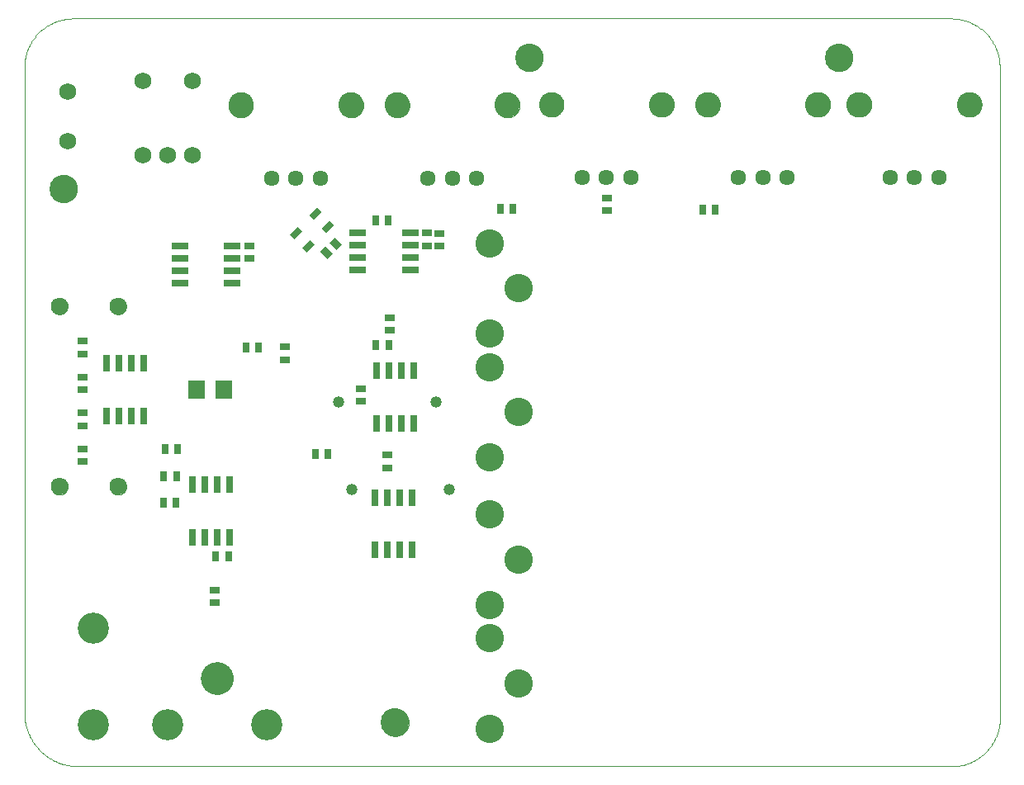
<source format=gbs>
G75*
%MOIN*%
%OFA0B0*%
%FSLAX25Y25*%
%IPPOS*%
%LPD*%
%AMOC8*
5,1,8,0,0,1.08239X$1,22.5*
%
%ADD10C,0.00000*%
%ADD11C,0.11424*%
%ADD12C,0.11502*%
%ADD13R,0.06699X0.07487*%
%ADD14C,0.04683*%
%ADD15R,0.02565X0.04534*%
%ADD16C,0.13195*%
%ADD17C,0.12589*%
%ADD18C,0.07014*%
%ADD19R,0.03943X0.03156*%
%ADD20R,0.03156X0.03943*%
%ADD21C,0.06837*%
%ADD22R,0.02762X0.06502*%
%ADD23R,0.06502X0.02762*%
%ADD24C,0.06337*%
%ADD25C,0.10243*%
D10*
X0023454Y0031328D02*
X0023454Y0291957D01*
X0023460Y0292433D01*
X0023477Y0292908D01*
X0023506Y0293383D01*
X0023546Y0293857D01*
X0023598Y0294330D01*
X0023661Y0294801D01*
X0023735Y0295271D01*
X0023821Y0295739D01*
X0023918Y0296205D01*
X0024026Y0296668D01*
X0024145Y0297128D01*
X0024276Y0297586D01*
X0024417Y0298040D01*
X0024570Y0298491D01*
X0024733Y0298937D01*
X0024907Y0299380D01*
X0025092Y0299818D01*
X0025287Y0300252D01*
X0025493Y0300681D01*
X0025709Y0301105D01*
X0025935Y0301524D01*
X0026171Y0301937D01*
X0026417Y0302344D01*
X0026673Y0302745D01*
X0026939Y0303139D01*
X0027214Y0303528D01*
X0027498Y0303909D01*
X0027791Y0304283D01*
X0028093Y0304651D01*
X0028405Y0305011D01*
X0028724Y0305363D01*
X0029052Y0305707D01*
X0029389Y0306044D01*
X0029733Y0306372D01*
X0030085Y0306691D01*
X0030445Y0307003D01*
X0030813Y0307305D01*
X0031187Y0307598D01*
X0031568Y0307882D01*
X0031957Y0308157D01*
X0032351Y0308423D01*
X0032752Y0308679D01*
X0033159Y0308925D01*
X0033572Y0309161D01*
X0033991Y0309387D01*
X0034415Y0309603D01*
X0034844Y0309809D01*
X0035278Y0310004D01*
X0035716Y0310189D01*
X0036159Y0310363D01*
X0036605Y0310526D01*
X0037056Y0310679D01*
X0037510Y0310820D01*
X0037968Y0310951D01*
X0038428Y0311070D01*
X0038891Y0311178D01*
X0039357Y0311275D01*
X0039825Y0311361D01*
X0040295Y0311435D01*
X0040766Y0311498D01*
X0041239Y0311550D01*
X0041713Y0311590D01*
X0042188Y0311619D01*
X0042663Y0311636D01*
X0043139Y0311642D01*
X0043139Y0311643D02*
X0397469Y0311643D01*
X0397469Y0311642D02*
X0397945Y0311636D01*
X0398420Y0311619D01*
X0398895Y0311590D01*
X0399369Y0311550D01*
X0399842Y0311498D01*
X0400313Y0311435D01*
X0400783Y0311361D01*
X0401251Y0311275D01*
X0401717Y0311178D01*
X0402180Y0311070D01*
X0402640Y0310951D01*
X0403098Y0310820D01*
X0403552Y0310679D01*
X0404003Y0310526D01*
X0404449Y0310363D01*
X0404892Y0310189D01*
X0405330Y0310004D01*
X0405764Y0309809D01*
X0406193Y0309603D01*
X0406617Y0309387D01*
X0407036Y0309161D01*
X0407449Y0308925D01*
X0407856Y0308679D01*
X0408257Y0308423D01*
X0408651Y0308157D01*
X0409040Y0307882D01*
X0409421Y0307598D01*
X0409795Y0307305D01*
X0410163Y0307003D01*
X0410523Y0306691D01*
X0410875Y0306372D01*
X0411219Y0306044D01*
X0411556Y0305707D01*
X0411884Y0305363D01*
X0412203Y0305011D01*
X0412515Y0304651D01*
X0412817Y0304283D01*
X0413110Y0303909D01*
X0413394Y0303528D01*
X0413669Y0303139D01*
X0413935Y0302745D01*
X0414191Y0302344D01*
X0414437Y0301937D01*
X0414673Y0301524D01*
X0414899Y0301105D01*
X0415115Y0300681D01*
X0415321Y0300252D01*
X0415516Y0299818D01*
X0415701Y0299380D01*
X0415875Y0298937D01*
X0416038Y0298491D01*
X0416191Y0298040D01*
X0416332Y0297586D01*
X0416463Y0297128D01*
X0416582Y0296668D01*
X0416690Y0296205D01*
X0416787Y0295739D01*
X0416873Y0295271D01*
X0416947Y0294801D01*
X0417010Y0294330D01*
X0417062Y0293857D01*
X0417102Y0293383D01*
X0417131Y0292908D01*
X0417148Y0292433D01*
X0417154Y0291957D01*
X0417154Y0031328D01*
X0417154Y0031327D02*
X0417196Y0030851D01*
X0417226Y0030374D01*
X0417245Y0029896D01*
X0417252Y0029418D01*
X0417248Y0028940D01*
X0417232Y0028463D01*
X0417204Y0027985D01*
X0417165Y0027509D01*
X0417115Y0027033D01*
X0417053Y0026559D01*
X0416980Y0026087D01*
X0416895Y0025617D01*
X0416799Y0025148D01*
X0416691Y0024682D01*
X0416573Y0024219D01*
X0416443Y0023759D01*
X0416302Y0023302D01*
X0416150Y0022849D01*
X0415987Y0022399D01*
X0415814Y0021954D01*
X0415630Y0021513D01*
X0415435Y0021076D01*
X0415229Y0020645D01*
X0415014Y0020218D01*
X0414788Y0019797D01*
X0414551Y0019381D01*
X0414305Y0018971D01*
X0414049Y0018567D01*
X0413784Y0018170D01*
X0413509Y0017779D01*
X0413224Y0017395D01*
X0412930Y0017018D01*
X0412628Y0016648D01*
X0412316Y0016285D01*
X0411996Y0015930D01*
X0411667Y0015583D01*
X0411330Y0015244D01*
X0410985Y0014913D01*
X0410632Y0014591D01*
X0410271Y0014277D01*
X0409903Y0013972D01*
X0409528Y0013676D01*
X0409145Y0013389D01*
X0408756Y0013112D01*
X0408360Y0012844D01*
X0407958Y0012585D01*
X0407549Y0012337D01*
X0407135Y0012098D01*
X0406715Y0011870D01*
X0406290Y0011651D01*
X0405859Y0011443D01*
X0405424Y0011246D01*
X0404984Y0011059D01*
X0404540Y0010883D01*
X0404091Y0010717D01*
X0403639Y0010563D01*
X0403183Y0010419D01*
X0402723Y0010287D01*
X0402261Y0010165D01*
X0401796Y0010055D01*
X0401328Y0009956D01*
X0400858Y0009868D01*
X0400386Y0009792D01*
X0399913Y0009727D01*
X0399437Y0009674D01*
X0399438Y0009674D02*
X0045107Y0009674D01*
X0044584Y0009680D01*
X0044061Y0009699D01*
X0043538Y0009731D01*
X0043017Y0009775D01*
X0042497Y0009832D01*
X0041978Y0009901D01*
X0041461Y0009983D01*
X0040947Y0010077D01*
X0040434Y0010184D01*
X0039925Y0010303D01*
X0039418Y0010435D01*
X0038915Y0010578D01*
X0038416Y0010734D01*
X0037920Y0010902D01*
X0037428Y0011081D01*
X0036941Y0011273D01*
X0036459Y0011476D01*
X0035982Y0011691D01*
X0035510Y0011917D01*
X0035044Y0012154D01*
X0034584Y0012403D01*
X0034129Y0012663D01*
X0033681Y0012934D01*
X0033240Y0013215D01*
X0032806Y0013507D01*
X0032379Y0013810D01*
X0031960Y0014122D01*
X0031548Y0014445D01*
X0031144Y0014778D01*
X0030748Y0015120D01*
X0030360Y0015471D01*
X0029981Y0015832D01*
X0029611Y0016202D01*
X0029250Y0016581D01*
X0028899Y0016969D01*
X0028557Y0017365D01*
X0028224Y0017769D01*
X0027901Y0018181D01*
X0027589Y0018600D01*
X0027286Y0019027D01*
X0026994Y0019461D01*
X0026713Y0019902D01*
X0026442Y0020350D01*
X0026182Y0020805D01*
X0025933Y0021265D01*
X0025696Y0021731D01*
X0025470Y0022203D01*
X0025255Y0022680D01*
X0025052Y0023162D01*
X0024860Y0023649D01*
X0024681Y0024141D01*
X0024513Y0024637D01*
X0024357Y0025136D01*
X0024214Y0025639D01*
X0024082Y0026146D01*
X0023963Y0026655D01*
X0023856Y0027168D01*
X0023762Y0027682D01*
X0023680Y0028199D01*
X0023611Y0028718D01*
X0023554Y0029238D01*
X0023510Y0029759D01*
X0023478Y0030282D01*
X0023459Y0030805D01*
X0023453Y0031328D01*
X0094772Y0045265D02*
X0094774Y0045425D01*
X0094780Y0045584D01*
X0094790Y0045743D01*
X0094804Y0045902D01*
X0094822Y0046061D01*
X0094843Y0046219D01*
X0094869Y0046376D01*
X0094899Y0046533D01*
X0094932Y0046689D01*
X0094970Y0046844D01*
X0095011Y0046998D01*
X0095056Y0047151D01*
X0095105Y0047303D01*
X0095158Y0047453D01*
X0095214Y0047602D01*
X0095274Y0047750D01*
X0095338Y0047896D01*
X0095406Y0048041D01*
X0095477Y0048184D01*
X0095551Y0048325D01*
X0095629Y0048464D01*
X0095711Y0048601D01*
X0095796Y0048736D01*
X0095884Y0048869D01*
X0095975Y0049000D01*
X0096070Y0049128D01*
X0096168Y0049254D01*
X0096269Y0049378D01*
X0096373Y0049498D01*
X0096480Y0049617D01*
X0096590Y0049732D01*
X0096703Y0049845D01*
X0096818Y0049955D01*
X0096937Y0050062D01*
X0097057Y0050166D01*
X0097181Y0050267D01*
X0097307Y0050365D01*
X0097435Y0050460D01*
X0097566Y0050551D01*
X0097699Y0050639D01*
X0097834Y0050724D01*
X0097971Y0050806D01*
X0098110Y0050884D01*
X0098251Y0050958D01*
X0098394Y0051029D01*
X0098539Y0051097D01*
X0098685Y0051161D01*
X0098833Y0051221D01*
X0098982Y0051277D01*
X0099132Y0051330D01*
X0099284Y0051379D01*
X0099437Y0051424D01*
X0099591Y0051465D01*
X0099746Y0051503D01*
X0099902Y0051536D01*
X0100059Y0051566D01*
X0100216Y0051592D01*
X0100374Y0051613D01*
X0100533Y0051631D01*
X0100692Y0051645D01*
X0100851Y0051655D01*
X0101010Y0051661D01*
X0101170Y0051663D01*
X0101330Y0051661D01*
X0101489Y0051655D01*
X0101648Y0051645D01*
X0101807Y0051631D01*
X0101966Y0051613D01*
X0102124Y0051592D01*
X0102281Y0051566D01*
X0102438Y0051536D01*
X0102594Y0051503D01*
X0102749Y0051465D01*
X0102903Y0051424D01*
X0103056Y0051379D01*
X0103208Y0051330D01*
X0103358Y0051277D01*
X0103507Y0051221D01*
X0103655Y0051161D01*
X0103801Y0051097D01*
X0103946Y0051029D01*
X0104089Y0050958D01*
X0104230Y0050884D01*
X0104369Y0050806D01*
X0104506Y0050724D01*
X0104641Y0050639D01*
X0104774Y0050551D01*
X0104905Y0050460D01*
X0105033Y0050365D01*
X0105159Y0050267D01*
X0105283Y0050166D01*
X0105403Y0050062D01*
X0105522Y0049955D01*
X0105637Y0049845D01*
X0105750Y0049732D01*
X0105860Y0049617D01*
X0105967Y0049498D01*
X0106071Y0049378D01*
X0106172Y0049254D01*
X0106270Y0049128D01*
X0106365Y0049000D01*
X0106456Y0048869D01*
X0106544Y0048736D01*
X0106629Y0048601D01*
X0106711Y0048464D01*
X0106789Y0048325D01*
X0106863Y0048184D01*
X0106934Y0048041D01*
X0107002Y0047896D01*
X0107066Y0047750D01*
X0107126Y0047602D01*
X0107182Y0047453D01*
X0107235Y0047303D01*
X0107284Y0047151D01*
X0107329Y0046998D01*
X0107370Y0046844D01*
X0107408Y0046689D01*
X0107441Y0046533D01*
X0107471Y0046376D01*
X0107497Y0046219D01*
X0107518Y0046061D01*
X0107536Y0045902D01*
X0107550Y0045743D01*
X0107560Y0045584D01*
X0107566Y0045425D01*
X0107568Y0045265D01*
X0107566Y0045105D01*
X0107560Y0044946D01*
X0107550Y0044787D01*
X0107536Y0044628D01*
X0107518Y0044469D01*
X0107497Y0044311D01*
X0107471Y0044154D01*
X0107441Y0043997D01*
X0107408Y0043841D01*
X0107370Y0043686D01*
X0107329Y0043532D01*
X0107284Y0043379D01*
X0107235Y0043227D01*
X0107182Y0043077D01*
X0107126Y0042928D01*
X0107066Y0042780D01*
X0107002Y0042634D01*
X0106934Y0042489D01*
X0106863Y0042346D01*
X0106789Y0042205D01*
X0106711Y0042066D01*
X0106629Y0041929D01*
X0106544Y0041794D01*
X0106456Y0041661D01*
X0106365Y0041530D01*
X0106270Y0041402D01*
X0106172Y0041276D01*
X0106071Y0041152D01*
X0105967Y0041032D01*
X0105860Y0040913D01*
X0105750Y0040798D01*
X0105637Y0040685D01*
X0105522Y0040575D01*
X0105403Y0040468D01*
X0105283Y0040364D01*
X0105159Y0040263D01*
X0105033Y0040165D01*
X0104905Y0040070D01*
X0104774Y0039979D01*
X0104641Y0039891D01*
X0104506Y0039806D01*
X0104369Y0039724D01*
X0104230Y0039646D01*
X0104089Y0039572D01*
X0103946Y0039501D01*
X0103801Y0039433D01*
X0103655Y0039369D01*
X0103507Y0039309D01*
X0103358Y0039253D01*
X0103208Y0039200D01*
X0103056Y0039151D01*
X0102903Y0039106D01*
X0102749Y0039065D01*
X0102594Y0039027D01*
X0102438Y0038994D01*
X0102281Y0038964D01*
X0102124Y0038938D01*
X0101966Y0038917D01*
X0101807Y0038899D01*
X0101648Y0038885D01*
X0101489Y0038875D01*
X0101330Y0038869D01*
X0101170Y0038867D01*
X0101010Y0038869D01*
X0100851Y0038875D01*
X0100692Y0038885D01*
X0100533Y0038899D01*
X0100374Y0038917D01*
X0100216Y0038938D01*
X0100059Y0038964D01*
X0099902Y0038994D01*
X0099746Y0039027D01*
X0099591Y0039065D01*
X0099437Y0039106D01*
X0099284Y0039151D01*
X0099132Y0039200D01*
X0098982Y0039253D01*
X0098833Y0039309D01*
X0098685Y0039369D01*
X0098539Y0039433D01*
X0098394Y0039501D01*
X0098251Y0039572D01*
X0098110Y0039646D01*
X0097971Y0039724D01*
X0097834Y0039806D01*
X0097699Y0039891D01*
X0097566Y0039979D01*
X0097435Y0040070D01*
X0097307Y0040165D01*
X0097181Y0040263D01*
X0097057Y0040364D01*
X0096937Y0040468D01*
X0096818Y0040575D01*
X0096703Y0040685D01*
X0096590Y0040798D01*
X0096480Y0040913D01*
X0096373Y0041032D01*
X0096269Y0041152D01*
X0096168Y0041276D01*
X0096070Y0041402D01*
X0095975Y0041530D01*
X0095884Y0041661D01*
X0095796Y0041794D01*
X0095711Y0041929D01*
X0095629Y0042066D01*
X0095551Y0042205D01*
X0095477Y0042346D01*
X0095406Y0042489D01*
X0095338Y0042634D01*
X0095274Y0042780D01*
X0095214Y0042928D01*
X0095158Y0043077D01*
X0095105Y0043227D01*
X0095056Y0043379D01*
X0095011Y0043532D01*
X0094970Y0043686D01*
X0094932Y0043841D01*
X0094899Y0043997D01*
X0094869Y0044154D01*
X0094843Y0044311D01*
X0094822Y0044469D01*
X0094804Y0044628D01*
X0094790Y0044787D01*
X0094780Y0044946D01*
X0094774Y0045105D01*
X0094772Y0045265D01*
X0167548Y0027391D02*
X0167550Y0027539D01*
X0167556Y0027687D01*
X0167566Y0027835D01*
X0167580Y0027982D01*
X0167598Y0028129D01*
X0167619Y0028275D01*
X0167645Y0028421D01*
X0167675Y0028566D01*
X0167708Y0028710D01*
X0167746Y0028853D01*
X0167787Y0028995D01*
X0167832Y0029136D01*
X0167880Y0029276D01*
X0167933Y0029415D01*
X0167989Y0029552D01*
X0168049Y0029687D01*
X0168112Y0029821D01*
X0168179Y0029953D01*
X0168250Y0030083D01*
X0168324Y0030211D01*
X0168401Y0030337D01*
X0168482Y0030461D01*
X0168566Y0030583D01*
X0168653Y0030702D01*
X0168744Y0030819D01*
X0168838Y0030934D01*
X0168934Y0031046D01*
X0169034Y0031156D01*
X0169136Y0031262D01*
X0169242Y0031366D01*
X0169350Y0031467D01*
X0169461Y0031565D01*
X0169574Y0031661D01*
X0169690Y0031753D01*
X0169808Y0031842D01*
X0169929Y0031927D01*
X0170052Y0032010D01*
X0170177Y0032089D01*
X0170304Y0032165D01*
X0170433Y0032237D01*
X0170564Y0032306D01*
X0170697Y0032371D01*
X0170832Y0032432D01*
X0170968Y0032490D01*
X0171105Y0032545D01*
X0171244Y0032595D01*
X0171385Y0032642D01*
X0171526Y0032685D01*
X0171669Y0032725D01*
X0171813Y0032760D01*
X0171957Y0032792D01*
X0172103Y0032819D01*
X0172249Y0032843D01*
X0172396Y0032863D01*
X0172543Y0032879D01*
X0172690Y0032891D01*
X0172838Y0032899D01*
X0172986Y0032903D01*
X0173134Y0032903D01*
X0173282Y0032899D01*
X0173430Y0032891D01*
X0173577Y0032879D01*
X0173724Y0032863D01*
X0173871Y0032843D01*
X0174017Y0032819D01*
X0174163Y0032792D01*
X0174307Y0032760D01*
X0174451Y0032725D01*
X0174594Y0032685D01*
X0174735Y0032642D01*
X0174876Y0032595D01*
X0175015Y0032545D01*
X0175152Y0032490D01*
X0175288Y0032432D01*
X0175423Y0032371D01*
X0175556Y0032306D01*
X0175687Y0032237D01*
X0175816Y0032165D01*
X0175943Y0032089D01*
X0176068Y0032010D01*
X0176191Y0031927D01*
X0176312Y0031842D01*
X0176430Y0031753D01*
X0176546Y0031661D01*
X0176659Y0031565D01*
X0176770Y0031467D01*
X0176878Y0031366D01*
X0176984Y0031262D01*
X0177086Y0031156D01*
X0177186Y0031046D01*
X0177282Y0030934D01*
X0177376Y0030819D01*
X0177467Y0030702D01*
X0177554Y0030583D01*
X0177638Y0030461D01*
X0177719Y0030337D01*
X0177796Y0030211D01*
X0177870Y0030083D01*
X0177941Y0029953D01*
X0178008Y0029821D01*
X0178071Y0029687D01*
X0178131Y0029552D01*
X0178187Y0029415D01*
X0178240Y0029276D01*
X0178288Y0029136D01*
X0178333Y0028995D01*
X0178374Y0028853D01*
X0178412Y0028710D01*
X0178445Y0028566D01*
X0178475Y0028421D01*
X0178501Y0028275D01*
X0178522Y0028129D01*
X0178540Y0027982D01*
X0178554Y0027835D01*
X0178564Y0027687D01*
X0178570Y0027539D01*
X0178572Y0027391D01*
X0178570Y0027243D01*
X0178564Y0027095D01*
X0178554Y0026947D01*
X0178540Y0026800D01*
X0178522Y0026653D01*
X0178501Y0026507D01*
X0178475Y0026361D01*
X0178445Y0026216D01*
X0178412Y0026072D01*
X0178374Y0025929D01*
X0178333Y0025787D01*
X0178288Y0025646D01*
X0178240Y0025506D01*
X0178187Y0025367D01*
X0178131Y0025230D01*
X0178071Y0025095D01*
X0178008Y0024961D01*
X0177941Y0024829D01*
X0177870Y0024699D01*
X0177796Y0024571D01*
X0177719Y0024445D01*
X0177638Y0024321D01*
X0177554Y0024199D01*
X0177467Y0024080D01*
X0177376Y0023963D01*
X0177282Y0023848D01*
X0177186Y0023736D01*
X0177086Y0023626D01*
X0176984Y0023520D01*
X0176878Y0023416D01*
X0176770Y0023315D01*
X0176659Y0023217D01*
X0176546Y0023121D01*
X0176430Y0023029D01*
X0176312Y0022940D01*
X0176191Y0022855D01*
X0176068Y0022772D01*
X0175943Y0022693D01*
X0175816Y0022617D01*
X0175687Y0022545D01*
X0175556Y0022476D01*
X0175423Y0022411D01*
X0175288Y0022350D01*
X0175152Y0022292D01*
X0175015Y0022237D01*
X0174876Y0022187D01*
X0174735Y0022140D01*
X0174594Y0022097D01*
X0174451Y0022057D01*
X0174307Y0022022D01*
X0174163Y0021990D01*
X0174017Y0021963D01*
X0173871Y0021939D01*
X0173724Y0021919D01*
X0173577Y0021903D01*
X0173430Y0021891D01*
X0173282Y0021883D01*
X0173134Y0021879D01*
X0172986Y0021879D01*
X0172838Y0021883D01*
X0172690Y0021891D01*
X0172543Y0021903D01*
X0172396Y0021919D01*
X0172249Y0021939D01*
X0172103Y0021963D01*
X0171957Y0021990D01*
X0171813Y0022022D01*
X0171669Y0022057D01*
X0171526Y0022097D01*
X0171385Y0022140D01*
X0171244Y0022187D01*
X0171105Y0022237D01*
X0170968Y0022292D01*
X0170832Y0022350D01*
X0170697Y0022411D01*
X0170564Y0022476D01*
X0170433Y0022545D01*
X0170304Y0022617D01*
X0170177Y0022693D01*
X0170052Y0022772D01*
X0169929Y0022855D01*
X0169808Y0022940D01*
X0169690Y0023029D01*
X0169574Y0023121D01*
X0169461Y0023217D01*
X0169350Y0023315D01*
X0169242Y0023416D01*
X0169136Y0023520D01*
X0169034Y0023626D01*
X0168934Y0023736D01*
X0168838Y0023848D01*
X0168744Y0023963D01*
X0168653Y0024080D01*
X0168566Y0024199D01*
X0168482Y0024321D01*
X0168401Y0024445D01*
X0168324Y0024571D01*
X0168250Y0024699D01*
X0168179Y0024829D01*
X0168112Y0024961D01*
X0168049Y0025095D01*
X0167989Y0025230D01*
X0167933Y0025367D01*
X0167880Y0025506D01*
X0167832Y0025646D01*
X0167787Y0025787D01*
X0167746Y0025929D01*
X0167708Y0026072D01*
X0167675Y0026216D01*
X0167645Y0026361D01*
X0167619Y0026507D01*
X0167598Y0026653D01*
X0167580Y0026800D01*
X0167566Y0026947D01*
X0167556Y0027095D01*
X0167550Y0027243D01*
X0167548Y0027391D01*
X0057942Y0122666D02*
X0057944Y0122781D01*
X0057950Y0122895D01*
X0057960Y0123010D01*
X0057974Y0123124D01*
X0057992Y0123237D01*
X0058013Y0123350D01*
X0058039Y0123462D01*
X0058069Y0123573D01*
X0058102Y0123682D01*
X0058139Y0123791D01*
X0058180Y0123898D01*
X0058225Y0124004D01*
X0058273Y0124108D01*
X0058325Y0124211D01*
X0058380Y0124311D01*
X0058439Y0124410D01*
X0058501Y0124506D01*
X0058567Y0124601D01*
X0058636Y0124692D01*
X0058708Y0124782D01*
X0058782Y0124869D01*
X0058860Y0124953D01*
X0058941Y0125035D01*
X0059025Y0125113D01*
X0059111Y0125189D01*
X0059200Y0125262D01*
X0059291Y0125331D01*
X0059385Y0125398D01*
X0059481Y0125461D01*
X0059579Y0125520D01*
X0059679Y0125577D01*
X0059781Y0125629D01*
X0059885Y0125678D01*
X0059990Y0125724D01*
X0060097Y0125766D01*
X0060205Y0125804D01*
X0060315Y0125838D01*
X0060425Y0125869D01*
X0060537Y0125895D01*
X0060650Y0125918D01*
X0060763Y0125937D01*
X0060877Y0125952D01*
X0060991Y0125963D01*
X0061106Y0125970D01*
X0061220Y0125973D01*
X0061335Y0125972D01*
X0061450Y0125967D01*
X0061564Y0125958D01*
X0061678Y0125945D01*
X0061792Y0125928D01*
X0061905Y0125907D01*
X0062017Y0125883D01*
X0062128Y0125854D01*
X0062238Y0125822D01*
X0062347Y0125785D01*
X0062455Y0125745D01*
X0062561Y0125702D01*
X0062665Y0125654D01*
X0062768Y0125603D01*
X0062869Y0125549D01*
X0062968Y0125491D01*
X0063065Y0125430D01*
X0063160Y0125365D01*
X0063253Y0125297D01*
X0063343Y0125226D01*
X0063430Y0125152D01*
X0063515Y0125074D01*
X0063598Y0124994D01*
X0063677Y0124911D01*
X0063753Y0124826D01*
X0063827Y0124737D01*
X0063897Y0124647D01*
X0063964Y0124554D01*
X0064028Y0124458D01*
X0064089Y0124361D01*
X0064146Y0124261D01*
X0064199Y0124160D01*
X0064250Y0124056D01*
X0064296Y0123951D01*
X0064339Y0123845D01*
X0064378Y0123737D01*
X0064413Y0123628D01*
X0064445Y0123517D01*
X0064472Y0123406D01*
X0064496Y0123294D01*
X0064516Y0123180D01*
X0064532Y0123067D01*
X0064544Y0122953D01*
X0064552Y0122838D01*
X0064556Y0122723D01*
X0064556Y0122609D01*
X0064552Y0122494D01*
X0064544Y0122379D01*
X0064532Y0122265D01*
X0064516Y0122152D01*
X0064496Y0122038D01*
X0064472Y0121926D01*
X0064445Y0121815D01*
X0064413Y0121704D01*
X0064378Y0121595D01*
X0064339Y0121487D01*
X0064296Y0121381D01*
X0064250Y0121276D01*
X0064199Y0121172D01*
X0064146Y0121071D01*
X0064089Y0120971D01*
X0064028Y0120874D01*
X0063964Y0120778D01*
X0063897Y0120685D01*
X0063827Y0120595D01*
X0063753Y0120506D01*
X0063677Y0120421D01*
X0063598Y0120338D01*
X0063515Y0120258D01*
X0063430Y0120180D01*
X0063343Y0120106D01*
X0063253Y0120035D01*
X0063160Y0119967D01*
X0063065Y0119902D01*
X0062968Y0119841D01*
X0062869Y0119783D01*
X0062768Y0119729D01*
X0062665Y0119678D01*
X0062561Y0119630D01*
X0062455Y0119587D01*
X0062347Y0119547D01*
X0062238Y0119510D01*
X0062128Y0119478D01*
X0062017Y0119449D01*
X0061905Y0119425D01*
X0061792Y0119404D01*
X0061678Y0119387D01*
X0061564Y0119374D01*
X0061450Y0119365D01*
X0061335Y0119360D01*
X0061220Y0119359D01*
X0061106Y0119362D01*
X0060991Y0119369D01*
X0060877Y0119380D01*
X0060763Y0119395D01*
X0060650Y0119414D01*
X0060537Y0119437D01*
X0060425Y0119463D01*
X0060315Y0119494D01*
X0060205Y0119528D01*
X0060097Y0119566D01*
X0059990Y0119608D01*
X0059885Y0119654D01*
X0059781Y0119703D01*
X0059679Y0119755D01*
X0059579Y0119812D01*
X0059481Y0119871D01*
X0059385Y0119934D01*
X0059291Y0120001D01*
X0059200Y0120070D01*
X0059111Y0120143D01*
X0059025Y0120219D01*
X0058941Y0120297D01*
X0058860Y0120379D01*
X0058782Y0120463D01*
X0058708Y0120550D01*
X0058636Y0120640D01*
X0058567Y0120731D01*
X0058501Y0120826D01*
X0058439Y0120922D01*
X0058380Y0121021D01*
X0058325Y0121121D01*
X0058273Y0121224D01*
X0058225Y0121328D01*
X0058180Y0121434D01*
X0058139Y0121541D01*
X0058102Y0121650D01*
X0058069Y0121759D01*
X0058039Y0121870D01*
X0058013Y0121982D01*
X0057992Y0122095D01*
X0057974Y0122208D01*
X0057960Y0122322D01*
X0057950Y0122437D01*
X0057944Y0122551D01*
X0057942Y0122666D01*
X0034320Y0122666D02*
X0034322Y0122781D01*
X0034328Y0122895D01*
X0034338Y0123010D01*
X0034352Y0123124D01*
X0034370Y0123237D01*
X0034391Y0123350D01*
X0034417Y0123462D01*
X0034447Y0123573D01*
X0034480Y0123682D01*
X0034517Y0123791D01*
X0034558Y0123898D01*
X0034603Y0124004D01*
X0034651Y0124108D01*
X0034703Y0124211D01*
X0034758Y0124311D01*
X0034817Y0124410D01*
X0034879Y0124506D01*
X0034945Y0124601D01*
X0035014Y0124692D01*
X0035086Y0124782D01*
X0035160Y0124869D01*
X0035238Y0124953D01*
X0035319Y0125035D01*
X0035403Y0125113D01*
X0035489Y0125189D01*
X0035578Y0125262D01*
X0035669Y0125331D01*
X0035763Y0125398D01*
X0035859Y0125461D01*
X0035957Y0125520D01*
X0036057Y0125577D01*
X0036159Y0125629D01*
X0036263Y0125678D01*
X0036368Y0125724D01*
X0036475Y0125766D01*
X0036583Y0125804D01*
X0036693Y0125838D01*
X0036803Y0125869D01*
X0036915Y0125895D01*
X0037028Y0125918D01*
X0037141Y0125937D01*
X0037255Y0125952D01*
X0037369Y0125963D01*
X0037484Y0125970D01*
X0037598Y0125973D01*
X0037713Y0125972D01*
X0037828Y0125967D01*
X0037942Y0125958D01*
X0038056Y0125945D01*
X0038170Y0125928D01*
X0038283Y0125907D01*
X0038395Y0125883D01*
X0038506Y0125854D01*
X0038616Y0125822D01*
X0038725Y0125785D01*
X0038833Y0125745D01*
X0038939Y0125702D01*
X0039043Y0125654D01*
X0039146Y0125603D01*
X0039247Y0125549D01*
X0039346Y0125491D01*
X0039443Y0125430D01*
X0039538Y0125365D01*
X0039631Y0125297D01*
X0039721Y0125226D01*
X0039808Y0125152D01*
X0039893Y0125074D01*
X0039976Y0124994D01*
X0040055Y0124911D01*
X0040131Y0124826D01*
X0040205Y0124737D01*
X0040275Y0124647D01*
X0040342Y0124554D01*
X0040406Y0124458D01*
X0040467Y0124361D01*
X0040524Y0124261D01*
X0040577Y0124160D01*
X0040628Y0124056D01*
X0040674Y0123951D01*
X0040717Y0123845D01*
X0040756Y0123737D01*
X0040791Y0123628D01*
X0040823Y0123517D01*
X0040850Y0123406D01*
X0040874Y0123294D01*
X0040894Y0123180D01*
X0040910Y0123067D01*
X0040922Y0122953D01*
X0040930Y0122838D01*
X0040934Y0122723D01*
X0040934Y0122609D01*
X0040930Y0122494D01*
X0040922Y0122379D01*
X0040910Y0122265D01*
X0040894Y0122152D01*
X0040874Y0122038D01*
X0040850Y0121926D01*
X0040823Y0121815D01*
X0040791Y0121704D01*
X0040756Y0121595D01*
X0040717Y0121487D01*
X0040674Y0121381D01*
X0040628Y0121276D01*
X0040577Y0121172D01*
X0040524Y0121071D01*
X0040467Y0120971D01*
X0040406Y0120874D01*
X0040342Y0120778D01*
X0040275Y0120685D01*
X0040205Y0120595D01*
X0040131Y0120506D01*
X0040055Y0120421D01*
X0039976Y0120338D01*
X0039893Y0120258D01*
X0039808Y0120180D01*
X0039721Y0120106D01*
X0039631Y0120035D01*
X0039538Y0119967D01*
X0039443Y0119902D01*
X0039346Y0119841D01*
X0039247Y0119783D01*
X0039146Y0119729D01*
X0039043Y0119678D01*
X0038939Y0119630D01*
X0038833Y0119587D01*
X0038725Y0119547D01*
X0038616Y0119510D01*
X0038506Y0119478D01*
X0038395Y0119449D01*
X0038283Y0119425D01*
X0038170Y0119404D01*
X0038056Y0119387D01*
X0037942Y0119374D01*
X0037828Y0119365D01*
X0037713Y0119360D01*
X0037598Y0119359D01*
X0037484Y0119362D01*
X0037369Y0119369D01*
X0037255Y0119380D01*
X0037141Y0119395D01*
X0037028Y0119414D01*
X0036915Y0119437D01*
X0036803Y0119463D01*
X0036693Y0119494D01*
X0036583Y0119528D01*
X0036475Y0119566D01*
X0036368Y0119608D01*
X0036263Y0119654D01*
X0036159Y0119703D01*
X0036057Y0119755D01*
X0035957Y0119812D01*
X0035859Y0119871D01*
X0035763Y0119934D01*
X0035669Y0120001D01*
X0035578Y0120070D01*
X0035489Y0120143D01*
X0035403Y0120219D01*
X0035319Y0120297D01*
X0035238Y0120379D01*
X0035160Y0120463D01*
X0035086Y0120550D01*
X0035014Y0120640D01*
X0034945Y0120731D01*
X0034879Y0120826D01*
X0034817Y0120922D01*
X0034758Y0121021D01*
X0034703Y0121121D01*
X0034651Y0121224D01*
X0034603Y0121328D01*
X0034558Y0121434D01*
X0034517Y0121541D01*
X0034480Y0121650D01*
X0034447Y0121759D01*
X0034417Y0121870D01*
X0034391Y0121982D01*
X0034370Y0122095D01*
X0034352Y0122208D01*
X0034338Y0122322D01*
X0034328Y0122437D01*
X0034322Y0122551D01*
X0034320Y0122666D01*
X0034280Y0195501D02*
X0034282Y0195616D01*
X0034288Y0195730D01*
X0034298Y0195845D01*
X0034312Y0195959D01*
X0034330Y0196072D01*
X0034351Y0196185D01*
X0034377Y0196297D01*
X0034407Y0196408D01*
X0034440Y0196517D01*
X0034477Y0196626D01*
X0034518Y0196733D01*
X0034563Y0196839D01*
X0034611Y0196943D01*
X0034663Y0197046D01*
X0034718Y0197146D01*
X0034777Y0197245D01*
X0034839Y0197341D01*
X0034905Y0197436D01*
X0034974Y0197527D01*
X0035046Y0197617D01*
X0035120Y0197704D01*
X0035198Y0197788D01*
X0035279Y0197870D01*
X0035363Y0197948D01*
X0035449Y0198024D01*
X0035538Y0198097D01*
X0035629Y0198166D01*
X0035723Y0198233D01*
X0035819Y0198296D01*
X0035917Y0198355D01*
X0036017Y0198412D01*
X0036119Y0198464D01*
X0036223Y0198513D01*
X0036328Y0198559D01*
X0036435Y0198601D01*
X0036543Y0198639D01*
X0036653Y0198673D01*
X0036763Y0198704D01*
X0036875Y0198730D01*
X0036988Y0198753D01*
X0037101Y0198772D01*
X0037215Y0198787D01*
X0037329Y0198798D01*
X0037444Y0198805D01*
X0037558Y0198808D01*
X0037673Y0198807D01*
X0037788Y0198802D01*
X0037902Y0198793D01*
X0038016Y0198780D01*
X0038130Y0198763D01*
X0038243Y0198742D01*
X0038355Y0198718D01*
X0038466Y0198689D01*
X0038576Y0198657D01*
X0038685Y0198620D01*
X0038793Y0198580D01*
X0038899Y0198537D01*
X0039003Y0198489D01*
X0039106Y0198438D01*
X0039207Y0198384D01*
X0039306Y0198326D01*
X0039403Y0198265D01*
X0039498Y0198200D01*
X0039591Y0198132D01*
X0039681Y0198061D01*
X0039768Y0197987D01*
X0039853Y0197909D01*
X0039936Y0197829D01*
X0040015Y0197746D01*
X0040091Y0197661D01*
X0040165Y0197572D01*
X0040235Y0197482D01*
X0040302Y0197389D01*
X0040366Y0197293D01*
X0040427Y0197196D01*
X0040484Y0197096D01*
X0040537Y0196995D01*
X0040588Y0196891D01*
X0040634Y0196786D01*
X0040677Y0196680D01*
X0040716Y0196572D01*
X0040751Y0196463D01*
X0040783Y0196352D01*
X0040810Y0196241D01*
X0040834Y0196129D01*
X0040854Y0196015D01*
X0040870Y0195902D01*
X0040882Y0195788D01*
X0040890Y0195673D01*
X0040894Y0195558D01*
X0040894Y0195444D01*
X0040890Y0195329D01*
X0040882Y0195214D01*
X0040870Y0195100D01*
X0040854Y0194987D01*
X0040834Y0194873D01*
X0040810Y0194761D01*
X0040783Y0194650D01*
X0040751Y0194539D01*
X0040716Y0194430D01*
X0040677Y0194322D01*
X0040634Y0194216D01*
X0040588Y0194111D01*
X0040537Y0194007D01*
X0040484Y0193906D01*
X0040427Y0193806D01*
X0040366Y0193709D01*
X0040302Y0193613D01*
X0040235Y0193520D01*
X0040165Y0193430D01*
X0040091Y0193341D01*
X0040015Y0193256D01*
X0039936Y0193173D01*
X0039853Y0193093D01*
X0039768Y0193015D01*
X0039681Y0192941D01*
X0039591Y0192870D01*
X0039498Y0192802D01*
X0039403Y0192737D01*
X0039306Y0192676D01*
X0039207Y0192618D01*
X0039106Y0192564D01*
X0039003Y0192513D01*
X0038899Y0192465D01*
X0038793Y0192422D01*
X0038685Y0192382D01*
X0038576Y0192345D01*
X0038466Y0192313D01*
X0038355Y0192284D01*
X0038243Y0192260D01*
X0038130Y0192239D01*
X0038016Y0192222D01*
X0037902Y0192209D01*
X0037788Y0192200D01*
X0037673Y0192195D01*
X0037558Y0192194D01*
X0037444Y0192197D01*
X0037329Y0192204D01*
X0037215Y0192215D01*
X0037101Y0192230D01*
X0036988Y0192249D01*
X0036875Y0192272D01*
X0036763Y0192298D01*
X0036653Y0192329D01*
X0036543Y0192363D01*
X0036435Y0192401D01*
X0036328Y0192443D01*
X0036223Y0192489D01*
X0036119Y0192538D01*
X0036017Y0192590D01*
X0035917Y0192647D01*
X0035819Y0192706D01*
X0035723Y0192769D01*
X0035629Y0192836D01*
X0035538Y0192905D01*
X0035449Y0192978D01*
X0035363Y0193054D01*
X0035279Y0193132D01*
X0035198Y0193214D01*
X0035120Y0193298D01*
X0035046Y0193385D01*
X0034974Y0193475D01*
X0034905Y0193566D01*
X0034839Y0193661D01*
X0034777Y0193757D01*
X0034718Y0193856D01*
X0034663Y0193956D01*
X0034611Y0194059D01*
X0034563Y0194163D01*
X0034518Y0194269D01*
X0034477Y0194376D01*
X0034440Y0194485D01*
X0034407Y0194594D01*
X0034377Y0194705D01*
X0034351Y0194817D01*
X0034330Y0194930D01*
X0034312Y0195043D01*
X0034298Y0195157D01*
X0034288Y0195272D01*
X0034282Y0195386D01*
X0034280Y0195501D01*
X0057902Y0195501D02*
X0057904Y0195616D01*
X0057910Y0195730D01*
X0057920Y0195845D01*
X0057934Y0195959D01*
X0057952Y0196072D01*
X0057973Y0196185D01*
X0057999Y0196297D01*
X0058029Y0196408D01*
X0058062Y0196517D01*
X0058099Y0196626D01*
X0058140Y0196733D01*
X0058185Y0196839D01*
X0058233Y0196943D01*
X0058285Y0197046D01*
X0058340Y0197146D01*
X0058399Y0197245D01*
X0058461Y0197341D01*
X0058527Y0197436D01*
X0058596Y0197527D01*
X0058668Y0197617D01*
X0058742Y0197704D01*
X0058820Y0197788D01*
X0058901Y0197870D01*
X0058985Y0197948D01*
X0059071Y0198024D01*
X0059160Y0198097D01*
X0059251Y0198166D01*
X0059345Y0198233D01*
X0059441Y0198296D01*
X0059539Y0198355D01*
X0059639Y0198412D01*
X0059741Y0198464D01*
X0059845Y0198513D01*
X0059950Y0198559D01*
X0060057Y0198601D01*
X0060165Y0198639D01*
X0060275Y0198673D01*
X0060385Y0198704D01*
X0060497Y0198730D01*
X0060610Y0198753D01*
X0060723Y0198772D01*
X0060837Y0198787D01*
X0060951Y0198798D01*
X0061066Y0198805D01*
X0061180Y0198808D01*
X0061295Y0198807D01*
X0061410Y0198802D01*
X0061524Y0198793D01*
X0061638Y0198780D01*
X0061752Y0198763D01*
X0061865Y0198742D01*
X0061977Y0198718D01*
X0062088Y0198689D01*
X0062198Y0198657D01*
X0062307Y0198620D01*
X0062415Y0198580D01*
X0062521Y0198537D01*
X0062625Y0198489D01*
X0062728Y0198438D01*
X0062829Y0198384D01*
X0062928Y0198326D01*
X0063025Y0198265D01*
X0063120Y0198200D01*
X0063213Y0198132D01*
X0063303Y0198061D01*
X0063390Y0197987D01*
X0063475Y0197909D01*
X0063558Y0197829D01*
X0063637Y0197746D01*
X0063713Y0197661D01*
X0063787Y0197572D01*
X0063857Y0197482D01*
X0063924Y0197389D01*
X0063988Y0197293D01*
X0064049Y0197196D01*
X0064106Y0197096D01*
X0064159Y0196995D01*
X0064210Y0196891D01*
X0064256Y0196786D01*
X0064299Y0196680D01*
X0064338Y0196572D01*
X0064373Y0196463D01*
X0064405Y0196352D01*
X0064432Y0196241D01*
X0064456Y0196129D01*
X0064476Y0196015D01*
X0064492Y0195902D01*
X0064504Y0195788D01*
X0064512Y0195673D01*
X0064516Y0195558D01*
X0064516Y0195444D01*
X0064512Y0195329D01*
X0064504Y0195214D01*
X0064492Y0195100D01*
X0064476Y0194987D01*
X0064456Y0194873D01*
X0064432Y0194761D01*
X0064405Y0194650D01*
X0064373Y0194539D01*
X0064338Y0194430D01*
X0064299Y0194322D01*
X0064256Y0194216D01*
X0064210Y0194111D01*
X0064159Y0194007D01*
X0064106Y0193906D01*
X0064049Y0193806D01*
X0063988Y0193709D01*
X0063924Y0193613D01*
X0063857Y0193520D01*
X0063787Y0193430D01*
X0063713Y0193341D01*
X0063637Y0193256D01*
X0063558Y0193173D01*
X0063475Y0193093D01*
X0063390Y0193015D01*
X0063303Y0192941D01*
X0063213Y0192870D01*
X0063120Y0192802D01*
X0063025Y0192737D01*
X0062928Y0192676D01*
X0062829Y0192618D01*
X0062728Y0192564D01*
X0062625Y0192513D01*
X0062521Y0192465D01*
X0062415Y0192422D01*
X0062307Y0192382D01*
X0062198Y0192345D01*
X0062088Y0192313D01*
X0061977Y0192284D01*
X0061865Y0192260D01*
X0061752Y0192239D01*
X0061638Y0192222D01*
X0061524Y0192209D01*
X0061410Y0192200D01*
X0061295Y0192195D01*
X0061180Y0192194D01*
X0061066Y0192197D01*
X0060951Y0192204D01*
X0060837Y0192215D01*
X0060723Y0192230D01*
X0060610Y0192249D01*
X0060497Y0192272D01*
X0060385Y0192298D01*
X0060275Y0192329D01*
X0060165Y0192363D01*
X0060057Y0192401D01*
X0059950Y0192443D01*
X0059845Y0192489D01*
X0059741Y0192538D01*
X0059639Y0192590D01*
X0059539Y0192647D01*
X0059441Y0192706D01*
X0059345Y0192769D01*
X0059251Y0192836D01*
X0059160Y0192905D01*
X0059071Y0192978D01*
X0058985Y0193054D01*
X0058901Y0193132D01*
X0058820Y0193214D01*
X0058742Y0193298D01*
X0058668Y0193385D01*
X0058596Y0193475D01*
X0058527Y0193566D01*
X0058461Y0193661D01*
X0058399Y0193757D01*
X0058340Y0193856D01*
X0058285Y0193956D01*
X0058233Y0194059D01*
X0058185Y0194163D01*
X0058140Y0194269D01*
X0058099Y0194376D01*
X0058062Y0194485D01*
X0058029Y0194594D01*
X0057999Y0194705D01*
X0057973Y0194817D01*
X0057952Y0194930D01*
X0057934Y0195043D01*
X0057920Y0195157D01*
X0057910Y0195272D01*
X0057904Y0195386D01*
X0057902Y0195501D01*
X0033690Y0242942D02*
X0033692Y0243090D01*
X0033698Y0243238D01*
X0033708Y0243386D01*
X0033722Y0243533D01*
X0033740Y0243680D01*
X0033761Y0243826D01*
X0033787Y0243972D01*
X0033817Y0244117D01*
X0033850Y0244261D01*
X0033888Y0244404D01*
X0033929Y0244546D01*
X0033974Y0244687D01*
X0034022Y0244827D01*
X0034075Y0244966D01*
X0034131Y0245103D01*
X0034191Y0245238D01*
X0034254Y0245372D01*
X0034321Y0245504D01*
X0034392Y0245634D01*
X0034466Y0245762D01*
X0034543Y0245888D01*
X0034624Y0246012D01*
X0034708Y0246134D01*
X0034795Y0246253D01*
X0034886Y0246370D01*
X0034980Y0246485D01*
X0035076Y0246597D01*
X0035176Y0246707D01*
X0035278Y0246813D01*
X0035384Y0246917D01*
X0035492Y0247018D01*
X0035603Y0247116D01*
X0035716Y0247212D01*
X0035832Y0247304D01*
X0035950Y0247393D01*
X0036071Y0247478D01*
X0036194Y0247561D01*
X0036319Y0247640D01*
X0036446Y0247716D01*
X0036575Y0247788D01*
X0036706Y0247857D01*
X0036839Y0247922D01*
X0036974Y0247983D01*
X0037110Y0248041D01*
X0037247Y0248096D01*
X0037386Y0248146D01*
X0037527Y0248193D01*
X0037668Y0248236D01*
X0037811Y0248276D01*
X0037955Y0248311D01*
X0038099Y0248343D01*
X0038245Y0248370D01*
X0038391Y0248394D01*
X0038538Y0248414D01*
X0038685Y0248430D01*
X0038832Y0248442D01*
X0038980Y0248450D01*
X0039128Y0248454D01*
X0039276Y0248454D01*
X0039424Y0248450D01*
X0039572Y0248442D01*
X0039719Y0248430D01*
X0039866Y0248414D01*
X0040013Y0248394D01*
X0040159Y0248370D01*
X0040305Y0248343D01*
X0040449Y0248311D01*
X0040593Y0248276D01*
X0040736Y0248236D01*
X0040877Y0248193D01*
X0041018Y0248146D01*
X0041157Y0248096D01*
X0041294Y0248041D01*
X0041430Y0247983D01*
X0041565Y0247922D01*
X0041698Y0247857D01*
X0041829Y0247788D01*
X0041958Y0247716D01*
X0042085Y0247640D01*
X0042210Y0247561D01*
X0042333Y0247478D01*
X0042454Y0247393D01*
X0042572Y0247304D01*
X0042688Y0247212D01*
X0042801Y0247116D01*
X0042912Y0247018D01*
X0043020Y0246917D01*
X0043126Y0246813D01*
X0043228Y0246707D01*
X0043328Y0246597D01*
X0043424Y0246485D01*
X0043518Y0246370D01*
X0043609Y0246253D01*
X0043696Y0246134D01*
X0043780Y0246012D01*
X0043861Y0245888D01*
X0043938Y0245762D01*
X0044012Y0245634D01*
X0044083Y0245504D01*
X0044150Y0245372D01*
X0044213Y0245238D01*
X0044273Y0245103D01*
X0044329Y0244966D01*
X0044382Y0244827D01*
X0044430Y0244687D01*
X0044475Y0244546D01*
X0044516Y0244404D01*
X0044554Y0244261D01*
X0044587Y0244117D01*
X0044617Y0243972D01*
X0044643Y0243826D01*
X0044664Y0243680D01*
X0044682Y0243533D01*
X0044696Y0243386D01*
X0044706Y0243238D01*
X0044712Y0243090D01*
X0044714Y0242942D01*
X0044712Y0242794D01*
X0044706Y0242646D01*
X0044696Y0242498D01*
X0044682Y0242351D01*
X0044664Y0242204D01*
X0044643Y0242058D01*
X0044617Y0241912D01*
X0044587Y0241767D01*
X0044554Y0241623D01*
X0044516Y0241480D01*
X0044475Y0241338D01*
X0044430Y0241197D01*
X0044382Y0241057D01*
X0044329Y0240918D01*
X0044273Y0240781D01*
X0044213Y0240646D01*
X0044150Y0240512D01*
X0044083Y0240380D01*
X0044012Y0240250D01*
X0043938Y0240122D01*
X0043861Y0239996D01*
X0043780Y0239872D01*
X0043696Y0239750D01*
X0043609Y0239631D01*
X0043518Y0239514D01*
X0043424Y0239399D01*
X0043328Y0239287D01*
X0043228Y0239177D01*
X0043126Y0239071D01*
X0043020Y0238967D01*
X0042912Y0238866D01*
X0042801Y0238768D01*
X0042688Y0238672D01*
X0042572Y0238580D01*
X0042454Y0238491D01*
X0042333Y0238406D01*
X0042210Y0238323D01*
X0042085Y0238244D01*
X0041958Y0238168D01*
X0041829Y0238096D01*
X0041698Y0238027D01*
X0041565Y0237962D01*
X0041430Y0237901D01*
X0041294Y0237843D01*
X0041157Y0237788D01*
X0041018Y0237738D01*
X0040877Y0237691D01*
X0040736Y0237648D01*
X0040593Y0237608D01*
X0040449Y0237573D01*
X0040305Y0237541D01*
X0040159Y0237514D01*
X0040013Y0237490D01*
X0039866Y0237470D01*
X0039719Y0237454D01*
X0039572Y0237442D01*
X0039424Y0237434D01*
X0039276Y0237430D01*
X0039128Y0237430D01*
X0038980Y0237434D01*
X0038832Y0237442D01*
X0038685Y0237454D01*
X0038538Y0237470D01*
X0038391Y0237490D01*
X0038245Y0237514D01*
X0038099Y0237541D01*
X0037955Y0237573D01*
X0037811Y0237608D01*
X0037668Y0237648D01*
X0037527Y0237691D01*
X0037386Y0237738D01*
X0037247Y0237788D01*
X0037110Y0237843D01*
X0036974Y0237901D01*
X0036839Y0237962D01*
X0036706Y0238027D01*
X0036575Y0238096D01*
X0036446Y0238168D01*
X0036319Y0238244D01*
X0036194Y0238323D01*
X0036071Y0238406D01*
X0035950Y0238491D01*
X0035832Y0238580D01*
X0035716Y0238672D01*
X0035603Y0238768D01*
X0035492Y0238866D01*
X0035384Y0238967D01*
X0035278Y0239071D01*
X0035176Y0239177D01*
X0035076Y0239287D01*
X0034980Y0239399D01*
X0034886Y0239514D01*
X0034795Y0239631D01*
X0034708Y0239750D01*
X0034624Y0239872D01*
X0034543Y0239996D01*
X0034466Y0240122D01*
X0034392Y0240250D01*
X0034321Y0240380D01*
X0034254Y0240512D01*
X0034191Y0240646D01*
X0034131Y0240781D01*
X0034075Y0240918D01*
X0034022Y0241057D01*
X0033974Y0241197D01*
X0033929Y0241338D01*
X0033888Y0241480D01*
X0033850Y0241623D01*
X0033817Y0241767D01*
X0033787Y0241912D01*
X0033761Y0242058D01*
X0033740Y0242204D01*
X0033722Y0242351D01*
X0033708Y0242498D01*
X0033698Y0242646D01*
X0033692Y0242794D01*
X0033690Y0242942D01*
X0105895Y0276643D02*
X0105897Y0276783D01*
X0105903Y0276923D01*
X0105913Y0277062D01*
X0105927Y0277201D01*
X0105945Y0277340D01*
X0105966Y0277478D01*
X0105992Y0277616D01*
X0106022Y0277753D01*
X0106055Y0277888D01*
X0106093Y0278023D01*
X0106134Y0278157D01*
X0106179Y0278290D01*
X0106227Y0278421D01*
X0106280Y0278550D01*
X0106336Y0278679D01*
X0106395Y0278805D01*
X0106459Y0278930D01*
X0106525Y0279053D01*
X0106596Y0279174D01*
X0106669Y0279293D01*
X0106746Y0279410D01*
X0106827Y0279524D01*
X0106910Y0279636D01*
X0106997Y0279746D01*
X0107087Y0279854D01*
X0107179Y0279958D01*
X0107275Y0280060D01*
X0107374Y0280160D01*
X0107475Y0280256D01*
X0107579Y0280350D01*
X0107686Y0280440D01*
X0107795Y0280527D01*
X0107907Y0280612D01*
X0108021Y0280693D01*
X0108137Y0280771D01*
X0108255Y0280845D01*
X0108376Y0280916D01*
X0108498Y0280984D01*
X0108623Y0281048D01*
X0108749Y0281109D01*
X0108876Y0281166D01*
X0109006Y0281219D01*
X0109137Y0281269D01*
X0109269Y0281314D01*
X0109402Y0281357D01*
X0109537Y0281395D01*
X0109672Y0281429D01*
X0109809Y0281460D01*
X0109946Y0281487D01*
X0110084Y0281509D01*
X0110223Y0281528D01*
X0110362Y0281543D01*
X0110501Y0281554D01*
X0110641Y0281561D01*
X0110781Y0281564D01*
X0110921Y0281563D01*
X0111061Y0281558D01*
X0111200Y0281549D01*
X0111340Y0281536D01*
X0111479Y0281519D01*
X0111617Y0281498D01*
X0111755Y0281474D01*
X0111892Y0281445D01*
X0112028Y0281413D01*
X0112163Y0281376D01*
X0112297Y0281336D01*
X0112430Y0281292D01*
X0112561Y0281244D01*
X0112691Y0281193D01*
X0112820Y0281138D01*
X0112947Y0281079D01*
X0113072Y0281016D01*
X0113195Y0280951D01*
X0113317Y0280881D01*
X0113436Y0280808D01*
X0113554Y0280732D01*
X0113669Y0280653D01*
X0113782Y0280570D01*
X0113892Y0280484D01*
X0114000Y0280395D01*
X0114105Y0280303D01*
X0114208Y0280208D01*
X0114308Y0280110D01*
X0114405Y0280010D01*
X0114499Y0279906D01*
X0114591Y0279800D01*
X0114679Y0279692D01*
X0114764Y0279581D01*
X0114846Y0279467D01*
X0114925Y0279351D01*
X0115000Y0279234D01*
X0115072Y0279114D01*
X0115140Y0278992D01*
X0115205Y0278868D01*
X0115267Y0278742D01*
X0115325Y0278615D01*
X0115379Y0278486D01*
X0115430Y0278355D01*
X0115476Y0278223D01*
X0115519Y0278090D01*
X0115559Y0277956D01*
X0115594Y0277821D01*
X0115626Y0277684D01*
X0115653Y0277547D01*
X0115677Y0277409D01*
X0115697Y0277271D01*
X0115713Y0277132D01*
X0115725Y0276992D01*
X0115733Y0276853D01*
X0115737Y0276713D01*
X0115737Y0276573D01*
X0115733Y0276433D01*
X0115725Y0276294D01*
X0115713Y0276154D01*
X0115697Y0276015D01*
X0115677Y0275877D01*
X0115653Y0275739D01*
X0115626Y0275602D01*
X0115594Y0275465D01*
X0115559Y0275330D01*
X0115519Y0275196D01*
X0115476Y0275063D01*
X0115430Y0274931D01*
X0115379Y0274800D01*
X0115325Y0274671D01*
X0115267Y0274544D01*
X0115205Y0274418D01*
X0115140Y0274294D01*
X0115072Y0274172D01*
X0115000Y0274052D01*
X0114925Y0273935D01*
X0114846Y0273819D01*
X0114764Y0273705D01*
X0114679Y0273594D01*
X0114591Y0273486D01*
X0114499Y0273380D01*
X0114405Y0273276D01*
X0114308Y0273176D01*
X0114208Y0273078D01*
X0114105Y0272983D01*
X0114000Y0272891D01*
X0113892Y0272802D01*
X0113782Y0272716D01*
X0113669Y0272633D01*
X0113554Y0272554D01*
X0113436Y0272478D01*
X0113317Y0272405D01*
X0113195Y0272335D01*
X0113072Y0272270D01*
X0112947Y0272207D01*
X0112820Y0272148D01*
X0112691Y0272093D01*
X0112561Y0272042D01*
X0112430Y0271994D01*
X0112297Y0271950D01*
X0112163Y0271910D01*
X0112028Y0271873D01*
X0111892Y0271841D01*
X0111755Y0271812D01*
X0111617Y0271788D01*
X0111479Y0271767D01*
X0111340Y0271750D01*
X0111200Y0271737D01*
X0111061Y0271728D01*
X0110921Y0271723D01*
X0110781Y0271722D01*
X0110641Y0271725D01*
X0110501Y0271732D01*
X0110362Y0271743D01*
X0110223Y0271758D01*
X0110084Y0271777D01*
X0109946Y0271799D01*
X0109809Y0271826D01*
X0109672Y0271857D01*
X0109537Y0271891D01*
X0109402Y0271929D01*
X0109269Y0271972D01*
X0109137Y0272017D01*
X0109006Y0272067D01*
X0108876Y0272120D01*
X0108749Y0272177D01*
X0108623Y0272238D01*
X0108498Y0272302D01*
X0108376Y0272370D01*
X0108255Y0272441D01*
X0108137Y0272515D01*
X0108021Y0272593D01*
X0107907Y0272674D01*
X0107795Y0272759D01*
X0107686Y0272846D01*
X0107579Y0272936D01*
X0107475Y0273030D01*
X0107374Y0273126D01*
X0107275Y0273226D01*
X0107179Y0273328D01*
X0107087Y0273432D01*
X0106997Y0273540D01*
X0106910Y0273650D01*
X0106827Y0273762D01*
X0106746Y0273876D01*
X0106669Y0273993D01*
X0106596Y0274112D01*
X0106525Y0274233D01*
X0106459Y0274356D01*
X0106395Y0274481D01*
X0106336Y0274607D01*
X0106280Y0274736D01*
X0106227Y0274865D01*
X0106179Y0274996D01*
X0106134Y0275129D01*
X0106093Y0275263D01*
X0106055Y0275398D01*
X0106022Y0275533D01*
X0105992Y0275670D01*
X0105966Y0275808D01*
X0105945Y0275946D01*
X0105927Y0276085D01*
X0105913Y0276224D01*
X0105903Y0276363D01*
X0105897Y0276503D01*
X0105895Y0276643D01*
X0150383Y0276643D02*
X0150385Y0276783D01*
X0150391Y0276923D01*
X0150401Y0277062D01*
X0150415Y0277201D01*
X0150433Y0277340D01*
X0150454Y0277478D01*
X0150480Y0277616D01*
X0150510Y0277753D01*
X0150543Y0277888D01*
X0150581Y0278023D01*
X0150622Y0278157D01*
X0150667Y0278290D01*
X0150715Y0278421D01*
X0150768Y0278550D01*
X0150824Y0278679D01*
X0150883Y0278805D01*
X0150947Y0278930D01*
X0151013Y0279053D01*
X0151084Y0279174D01*
X0151157Y0279293D01*
X0151234Y0279410D01*
X0151315Y0279524D01*
X0151398Y0279636D01*
X0151485Y0279746D01*
X0151575Y0279854D01*
X0151667Y0279958D01*
X0151763Y0280060D01*
X0151862Y0280160D01*
X0151963Y0280256D01*
X0152067Y0280350D01*
X0152174Y0280440D01*
X0152283Y0280527D01*
X0152395Y0280612D01*
X0152509Y0280693D01*
X0152625Y0280771D01*
X0152743Y0280845D01*
X0152864Y0280916D01*
X0152986Y0280984D01*
X0153111Y0281048D01*
X0153237Y0281109D01*
X0153364Y0281166D01*
X0153494Y0281219D01*
X0153625Y0281269D01*
X0153757Y0281314D01*
X0153890Y0281357D01*
X0154025Y0281395D01*
X0154160Y0281429D01*
X0154297Y0281460D01*
X0154434Y0281487D01*
X0154572Y0281509D01*
X0154711Y0281528D01*
X0154850Y0281543D01*
X0154989Y0281554D01*
X0155129Y0281561D01*
X0155269Y0281564D01*
X0155409Y0281563D01*
X0155549Y0281558D01*
X0155688Y0281549D01*
X0155828Y0281536D01*
X0155967Y0281519D01*
X0156105Y0281498D01*
X0156243Y0281474D01*
X0156380Y0281445D01*
X0156516Y0281413D01*
X0156651Y0281376D01*
X0156785Y0281336D01*
X0156918Y0281292D01*
X0157049Y0281244D01*
X0157179Y0281193D01*
X0157308Y0281138D01*
X0157435Y0281079D01*
X0157560Y0281016D01*
X0157683Y0280951D01*
X0157805Y0280881D01*
X0157924Y0280808D01*
X0158042Y0280732D01*
X0158157Y0280653D01*
X0158270Y0280570D01*
X0158380Y0280484D01*
X0158488Y0280395D01*
X0158593Y0280303D01*
X0158696Y0280208D01*
X0158796Y0280110D01*
X0158893Y0280010D01*
X0158987Y0279906D01*
X0159079Y0279800D01*
X0159167Y0279692D01*
X0159252Y0279581D01*
X0159334Y0279467D01*
X0159413Y0279351D01*
X0159488Y0279234D01*
X0159560Y0279114D01*
X0159628Y0278992D01*
X0159693Y0278868D01*
X0159755Y0278742D01*
X0159813Y0278615D01*
X0159867Y0278486D01*
X0159918Y0278355D01*
X0159964Y0278223D01*
X0160007Y0278090D01*
X0160047Y0277956D01*
X0160082Y0277821D01*
X0160114Y0277684D01*
X0160141Y0277547D01*
X0160165Y0277409D01*
X0160185Y0277271D01*
X0160201Y0277132D01*
X0160213Y0276992D01*
X0160221Y0276853D01*
X0160225Y0276713D01*
X0160225Y0276573D01*
X0160221Y0276433D01*
X0160213Y0276294D01*
X0160201Y0276154D01*
X0160185Y0276015D01*
X0160165Y0275877D01*
X0160141Y0275739D01*
X0160114Y0275602D01*
X0160082Y0275465D01*
X0160047Y0275330D01*
X0160007Y0275196D01*
X0159964Y0275063D01*
X0159918Y0274931D01*
X0159867Y0274800D01*
X0159813Y0274671D01*
X0159755Y0274544D01*
X0159693Y0274418D01*
X0159628Y0274294D01*
X0159560Y0274172D01*
X0159488Y0274052D01*
X0159413Y0273935D01*
X0159334Y0273819D01*
X0159252Y0273705D01*
X0159167Y0273594D01*
X0159079Y0273486D01*
X0158987Y0273380D01*
X0158893Y0273276D01*
X0158796Y0273176D01*
X0158696Y0273078D01*
X0158593Y0272983D01*
X0158488Y0272891D01*
X0158380Y0272802D01*
X0158270Y0272716D01*
X0158157Y0272633D01*
X0158042Y0272554D01*
X0157924Y0272478D01*
X0157805Y0272405D01*
X0157683Y0272335D01*
X0157560Y0272270D01*
X0157435Y0272207D01*
X0157308Y0272148D01*
X0157179Y0272093D01*
X0157049Y0272042D01*
X0156918Y0271994D01*
X0156785Y0271950D01*
X0156651Y0271910D01*
X0156516Y0271873D01*
X0156380Y0271841D01*
X0156243Y0271812D01*
X0156105Y0271788D01*
X0155967Y0271767D01*
X0155828Y0271750D01*
X0155688Y0271737D01*
X0155549Y0271728D01*
X0155409Y0271723D01*
X0155269Y0271722D01*
X0155129Y0271725D01*
X0154989Y0271732D01*
X0154850Y0271743D01*
X0154711Y0271758D01*
X0154572Y0271777D01*
X0154434Y0271799D01*
X0154297Y0271826D01*
X0154160Y0271857D01*
X0154025Y0271891D01*
X0153890Y0271929D01*
X0153757Y0271972D01*
X0153625Y0272017D01*
X0153494Y0272067D01*
X0153364Y0272120D01*
X0153237Y0272177D01*
X0153111Y0272238D01*
X0152986Y0272302D01*
X0152864Y0272370D01*
X0152743Y0272441D01*
X0152625Y0272515D01*
X0152509Y0272593D01*
X0152395Y0272674D01*
X0152283Y0272759D01*
X0152174Y0272846D01*
X0152067Y0272936D01*
X0151963Y0273030D01*
X0151862Y0273126D01*
X0151763Y0273226D01*
X0151667Y0273328D01*
X0151575Y0273432D01*
X0151485Y0273540D01*
X0151398Y0273650D01*
X0151315Y0273762D01*
X0151234Y0273876D01*
X0151157Y0273993D01*
X0151084Y0274112D01*
X0151013Y0274233D01*
X0150947Y0274356D01*
X0150883Y0274481D01*
X0150824Y0274607D01*
X0150768Y0274736D01*
X0150715Y0274865D01*
X0150667Y0274996D01*
X0150622Y0275129D01*
X0150581Y0275263D01*
X0150543Y0275398D01*
X0150510Y0275533D01*
X0150480Y0275670D01*
X0150454Y0275808D01*
X0150433Y0275946D01*
X0150415Y0276085D01*
X0150401Y0276224D01*
X0150391Y0276363D01*
X0150385Y0276503D01*
X0150383Y0276643D01*
X0169005Y0276643D02*
X0169007Y0276783D01*
X0169013Y0276923D01*
X0169023Y0277062D01*
X0169037Y0277201D01*
X0169055Y0277340D01*
X0169076Y0277478D01*
X0169102Y0277616D01*
X0169132Y0277753D01*
X0169165Y0277888D01*
X0169203Y0278023D01*
X0169244Y0278157D01*
X0169289Y0278290D01*
X0169337Y0278421D01*
X0169390Y0278550D01*
X0169446Y0278679D01*
X0169505Y0278805D01*
X0169569Y0278930D01*
X0169635Y0279053D01*
X0169706Y0279174D01*
X0169779Y0279293D01*
X0169856Y0279410D01*
X0169937Y0279524D01*
X0170020Y0279636D01*
X0170107Y0279746D01*
X0170197Y0279854D01*
X0170289Y0279958D01*
X0170385Y0280060D01*
X0170484Y0280160D01*
X0170585Y0280256D01*
X0170689Y0280350D01*
X0170796Y0280440D01*
X0170905Y0280527D01*
X0171017Y0280612D01*
X0171131Y0280693D01*
X0171247Y0280771D01*
X0171365Y0280845D01*
X0171486Y0280916D01*
X0171608Y0280984D01*
X0171733Y0281048D01*
X0171859Y0281109D01*
X0171986Y0281166D01*
X0172116Y0281219D01*
X0172247Y0281269D01*
X0172379Y0281314D01*
X0172512Y0281357D01*
X0172647Y0281395D01*
X0172782Y0281429D01*
X0172919Y0281460D01*
X0173056Y0281487D01*
X0173194Y0281509D01*
X0173333Y0281528D01*
X0173472Y0281543D01*
X0173611Y0281554D01*
X0173751Y0281561D01*
X0173891Y0281564D01*
X0174031Y0281563D01*
X0174171Y0281558D01*
X0174310Y0281549D01*
X0174450Y0281536D01*
X0174589Y0281519D01*
X0174727Y0281498D01*
X0174865Y0281474D01*
X0175002Y0281445D01*
X0175138Y0281413D01*
X0175273Y0281376D01*
X0175407Y0281336D01*
X0175540Y0281292D01*
X0175671Y0281244D01*
X0175801Y0281193D01*
X0175930Y0281138D01*
X0176057Y0281079D01*
X0176182Y0281016D01*
X0176305Y0280951D01*
X0176427Y0280881D01*
X0176546Y0280808D01*
X0176664Y0280732D01*
X0176779Y0280653D01*
X0176892Y0280570D01*
X0177002Y0280484D01*
X0177110Y0280395D01*
X0177215Y0280303D01*
X0177318Y0280208D01*
X0177418Y0280110D01*
X0177515Y0280010D01*
X0177609Y0279906D01*
X0177701Y0279800D01*
X0177789Y0279692D01*
X0177874Y0279581D01*
X0177956Y0279467D01*
X0178035Y0279351D01*
X0178110Y0279234D01*
X0178182Y0279114D01*
X0178250Y0278992D01*
X0178315Y0278868D01*
X0178377Y0278742D01*
X0178435Y0278615D01*
X0178489Y0278486D01*
X0178540Y0278355D01*
X0178586Y0278223D01*
X0178629Y0278090D01*
X0178669Y0277956D01*
X0178704Y0277821D01*
X0178736Y0277684D01*
X0178763Y0277547D01*
X0178787Y0277409D01*
X0178807Y0277271D01*
X0178823Y0277132D01*
X0178835Y0276992D01*
X0178843Y0276853D01*
X0178847Y0276713D01*
X0178847Y0276573D01*
X0178843Y0276433D01*
X0178835Y0276294D01*
X0178823Y0276154D01*
X0178807Y0276015D01*
X0178787Y0275877D01*
X0178763Y0275739D01*
X0178736Y0275602D01*
X0178704Y0275465D01*
X0178669Y0275330D01*
X0178629Y0275196D01*
X0178586Y0275063D01*
X0178540Y0274931D01*
X0178489Y0274800D01*
X0178435Y0274671D01*
X0178377Y0274544D01*
X0178315Y0274418D01*
X0178250Y0274294D01*
X0178182Y0274172D01*
X0178110Y0274052D01*
X0178035Y0273935D01*
X0177956Y0273819D01*
X0177874Y0273705D01*
X0177789Y0273594D01*
X0177701Y0273486D01*
X0177609Y0273380D01*
X0177515Y0273276D01*
X0177418Y0273176D01*
X0177318Y0273078D01*
X0177215Y0272983D01*
X0177110Y0272891D01*
X0177002Y0272802D01*
X0176892Y0272716D01*
X0176779Y0272633D01*
X0176664Y0272554D01*
X0176546Y0272478D01*
X0176427Y0272405D01*
X0176305Y0272335D01*
X0176182Y0272270D01*
X0176057Y0272207D01*
X0175930Y0272148D01*
X0175801Y0272093D01*
X0175671Y0272042D01*
X0175540Y0271994D01*
X0175407Y0271950D01*
X0175273Y0271910D01*
X0175138Y0271873D01*
X0175002Y0271841D01*
X0174865Y0271812D01*
X0174727Y0271788D01*
X0174589Y0271767D01*
X0174450Y0271750D01*
X0174310Y0271737D01*
X0174171Y0271728D01*
X0174031Y0271723D01*
X0173891Y0271722D01*
X0173751Y0271725D01*
X0173611Y0271732D01*
X0173472Y0271743D01*
X0173333Y0271758D01*
X0173194Y0271777D01*
X0173056Y0271799D01*
X0172919Y0271826D01*
X0172782Y0271857D01*
X0172647Y0271891D01*
X0172512Y0271929D01*
X0172379Y0271972D01*
X0172247Y0272017D01*
X0172116Y0272067D01*
X0171986Y0272120D01*
X0171859Y0272177D01*
X0171733Y0272238D01*
X0171608Y0272302D01*
X0171486Y0272370D01*
X0171365Y0272441D01*
X0171247Y0272515D01*
X0171131Y0272593D01*
X0171017Y0272674D01*
X0170905Y0272759D01*
X0170796Y0272846D01*
X0170689Y0272936D01*
X0170585Y0273030D01*
X0170484Y0273126D01*
X0170385Y0273226D01*
X0170289Y0273328D01*
X0170197Y0273432D01*
X0170107Y0273540D01*
X0170020Y0273650D01*
X0169937Y0273762D01*
X0169856Y0273876D01*
X0169779Y0273993D01*
X0169706Y0274112D01*
X0169635Y0274233D01*
X0169569Y0274356D01*
X0169505Y0274481D01*
X0169446Y0274607D01*
X0169390Y0274736D01*
X0169337Y0274865D01*
X0169289Y0274996D01*
X0169244Y0275129D01*
X0169203Y0275263D01*
X0169165Y0275398D01*
X0169132Y0275533D01*
X0169102Y0275670D01*
X0169076Y0275808D01*
X0169055Y0275946D01*
X0169037Y0276085D01*
X0169023Y0276224D01*
X0169013Y0276363D01*
X0169007Y0276503D01*
X0169005Y0276643D01*
X0213493Y0276643D02*
X0213495Y0276783D01*
X0213501Y0276923D01*
X0213511Y0277062D01*
X0213525Y0277201D01*
X0213543Y0277340D01*
X0213564Y0277478D01*
X0213590Y0277616D01*
X0213620Y0277753D01*
X0213653Y0277888D01*
X0213691Y0278023D01*
X0213732Y0278157D01*
X0213777Y0278290D01*
X0213825Y0278421D01*
X0213878Y0278550D01*
X0213934Y0278679D01*
X0213993Y0278805D01*
X0214057Y0278930D01*
X0214123Y0279053D01*
X0214194Y0279174D01*
X0214267Y0279293D01*
X0214344Y0279410D01*
X0214425Y0279524D01*
X0214508Y0279636D01*
X0214595Y0279746D01*
X0214685Y0279854D01*
X0214777Y0279958D01*
X0214873Y0280060D01*
X0214972Y0280160D01*
X0215073Y0280256D01*
X0215177Y0280350D01*
X0215284Y0280440D01*
X0215393Y0280527D01*
X0215505Y0280612D01*
X0215619Y0280693D01*
X0215735Y0280771D01*
X0215853Y0280845D01*
X0215974Y0280916D01*
X0216096Y0280984D01*
X0216221Y0281048D01*
X0216347Y0281109D01*
X0216474Y0281166D01*
X0216604Y0281219D01*
X0216735Y0281269D01*
X0216867Y0281314D01*
X0217000Y0281357D01*
X0217135Y0281395D01*
X0217270Y0281429D01*
X0217407Y0281460D01*
X0217544Y0281487D01*
X0217682Y0281509D01*
X0217821Y0281528D01*
X0217960Y0281543D01*
X0218099Y0281554D01*
X0218239Y0281561D01*
X0218379Y0281564D01*
X0218519Y0281563D01*
X0218659Y0281558D01*
X0218798Y0281549D01*
X0218938Y0281536D01*
X0219077Y0281519D01*
X0219215Y0281498D01*
X0219353Y0281474D01*
X0219490Y0281445D01*
X0219626Y0281413D01*
X0219761Y0281376D01*
X0219895Y0281336D01*
X0220028Y0281292D01*
X0220159Y0281244D01*
X0220289Y0281193D01*
X0220418Y0281138D01*
X0220545Y0281079D01*
X0220670Y0281016D01*
X0220793Y0280951D01*
X0220915Y0280881D01*
X0221034Y0280808D01*
X0221152Y0280732D01*
X0221267Y0280653D01*
X0221380Y0280570D01*
X0221490Y0280484D01*
X0221598Y0280395D01*
X0221703Y0280303D01*
X0221806Y0280208D01*
X0221906Y0280110D01*
X0222003Y0280010D01*
X0222097Y0279906D01*
X0222189Y0279800D01*
X0222277Y0279692D01*
X0222362Y0279581D01*
X0222444Y0279467D01*
X0222523Y0279351D01*
X0222598Y0279234D01*
X0222670Y0279114D01*
X0222738Y0278992D01*
X0222803Y0278868D01*
X0222865Y0278742D01*
X0222923Y0278615D01*
X0222977Y0278486D01*
X0223028Y0278355D01*
X0223074Y0278223D01*
X0223117Y0278090D01*
X0223157Y0277956D01*
X0223192Y0277821D01*
X0223224Y0277684D01*
X0223251Y0277547D01*
X0223275Y0277409D01*
X0223295Y0277271D01*
X0223311Y0277132D01*
X0223323Y0276992D01*
X0223331Y0276853D01*
X0223335Y0276713D01*
X0223335Y0276573D01*
X0223331Y0276433D01*
X0223323Y0276294D01*
X0223311Y0276154D01*
X0223295Y0276015D01*
X0223275Y0275877D01*
X0223251Y0275739D01*
X0223224Y0275602D01*
X0223192Y0275465D01*
X0223157Y0275330D01*
X0223117Y0275196D01*
X0223074Y0275063D01*
X0223028Y0274931D01*
X0222977Y0274800D01*
X0222923Y0274671D01*
X0222865Y0274544D01*
X0222803Y0274418D01*
X0222738Y0274294D01*
X0222670Y0274172D01*
X0222598Y0274052D01*
X0222523Y0273935D01*
X0222444Y0273819D01*
X0222362Y0273705D01*
X0222277Y0273594D01*
X0222189Y0273486D01*
X0222097Y0273380D01*
X0222003Y0273276D01*
X0221906Y0273176D01*
X0221806Y0273078D01*
X0221703Y0272983D01*
X0221598Y0272891D01*
X0221490Y0272802D01*
X0221380Y0272716D01*
X0221267Y0272633D01*
X0221152Y0272554D01*
X0221034Y0272478D01*
X0220915Y0272405D01*
X0220793Y0272335D01*
X0220670Y0272270D01*
X0220545Y0272207D01*
X0220418Y0272148D01*
X0220289Y0272093D01*
X0220159Y0272042D01*
X0220028Y0271994D01*
X0219895Y0271950D01*
X0219761Y0271910D01*
X0219626Y0271873D01*
X0219490Y0271841D01*
X0219353Y0271812D01*
X0219215Y0271788D01*
X0219077Y0271767D01*
X0218938Y0271750D01*
X0218798Y0271737D01*
X0218659Y0271728D01*
X0218519Y0271723D01*
X0218379Y0271722D01*
X0218239Y0271725D01*
X0218099Y0271732D01*
X0217960Y0271743D01*
X0217821Y0271758D01*
X0217682Y0271777D01*
X0217544Y0271799D01*
X0217407Y0271826D01*
X0217270Y0271857D01*
X0217135Y0271891D01*
X0217000Y0271929D01*
X0216867Y0271972D01*
X0216735Y0272017D01*
X0216604Y0272067D01*
X0216474Y0272120D01*
X0216347Y0272177D01*
X0216221Y0272238D01*
X0216096Y0272302D01*
X0215974Y0272370D01*
X0215853Y0272441D01*
X0215735Y0272515D01*
X0215619Y0272593D01*
X0215505Y0272674D01*
X0215393Y0272759D01*
X0215284Y0272846D01*
X0215177Y0272936D01*
X0215073Y0273030D01*
X0214972Y0273126D01*
X0214873Y0273226D01*
X0214777Y0273328D01*
X0214685Y0273432D01*
X0214595Y0273540D01*
X0214508Y0273650D01*
X0214425Y0273762D01*
X0214344Y0273876D01*
X0214267Y0273993D01*
X0214194Y0274112D01*
X0214123Y0274233D01*
X0214057Y0274356D01*
X0213993Y0274481D01*
X0213934Y0274607D01*
X0213878Y0274736D01*
X0213825Y0274865D01*
X0213777Y0274996D01*
X0213732Y0275129D01*
X0213691Y0275263D01*
X0213653Y0275398D01*
X0213620Y0275533D01*
X0213590Y0275670D01*
X0213564Y0275808D01*
X0213543Y0275946D01*
X0213525Y0276085D01*
X0213511Y0276224D01*
X0213501Y0276363D01*
X0213495Y0276503D01*
X0213493Y0276643D01*
X0231249Y0276918D02*
X0231251Y0277058D01*
X0231257Y0277198D01*
X0231267Y0277337D01*
X0231281Y0277476D01*
X0231299Y0277615D01*
X0231320Y0277753D01*
X0231346Y0277891D01*
X0231376Y0278028D01*
X0231409Y0278163D01*
X0231447Y0278298D01*
X0231488Y0278432D01*
X0231533Y0278565D01*
X0231581Y0278696D01*
X0231634Y0278825D01*
X0231690Y0278954D01*
X0231749Y0279080D01*
X0231813Y0279205D01*
X0231879Y0279328D01*
X0231950Y0279449D01*
X0232023Y0279568D01*
X0232100Y0279685D01*
X0232181Y0279799D01*
X0232264Y0279911D01*
X0232351Y0280021D01*
X0232441Y0280129D01*
X0232533Y0280233D01*
X0232629Y0280335D01*
X0232728Y0280435D01*
X0232829Y0280531D01*
X0232933Y0280625D01*
X0233040Y0280715D01*
X0233149Y0280802D01*
X0233261Y0280887D01*
X0233375Y0280968D01*
X0233491Y0281046D01*
X0233609Y0281120D01*
X0233730Y0281191D01*
X0233852Y0281259D01*
X0233977Y0281323D01*
X0234103Y0281384D01*
X0234230Y0281441D01*
X0234360Y0281494D01*
X0234491Y0281544D01*
X0234623Y0281589D01*
X0234756Y0281632D01*
X0234891Y0281670D01*
X0235026Y0281704D01*
X0235163Y0281735D01*
X0235300Y0281762D01*
X0235438Y0281784D01*
X0235577Y0281803D01*
X0235716Y0281818D01*
X0235855Y0281829D01*
X0235995Y0281836D01*
X0236135Y0281839D01*
X0236275Y0281838D01*
X0236415Y0281833D01*
X0236554Y0281824D01*
X0236694Y0281811D01*
X0236833Y0281794D01*
X0236971Y0281773D01*
X0237109Y0281749D01*
X0237246Y0281720D01*
X0237382Y0281688D01*
X0237517Y0281651D01*
X0237651Y0281611D01*
X0237784Y0281567D01*
X0237915Y0281519D01*
X0238045Y0281468D01*
X0238174Y0281413D01*
X0238301Y0281354D01*
X0238426Y0281291D01*
X0238549Y0281226D01*
X0238671Y0281156D01*
X0238790Y0281083D01*
X0238908Y0281007D01*
X0239023Y0280928D01*
X0239136Y0280845D01*
X0239246Y0280759D01*
X0239354Y0280670D01*
X0239459Y0280578D01*
X0239562Y0280483D01*
X0239662Y0280385D01*
X0239759Y0280285D01*
X0239853Y0280181D01*
X0239945Y0280075D01*
X0240033Y0279967D01*
X0240118Y0279856D01*
X0240200Y0279742D01*
X0240279Y0279626D01*
X0240354Y0279509D01*
X0240426Y0279389D01*
X0240494Y0279267D01*
X0240559Y0279143D01*
X0240621Y0279017D01*
X0240679Y0278890D01*
X0240733Y0278761D01*
X0240784Y0278630D01*
X0240830Y0278498D01*
X0240873Y0278365D01*
X0240913Y0278231D01*
X0240948Y0278096D01*
X0240980Y0277959D01*
X0241007Y0277822D01*
X0241031Y0277684D01*
X0241051Y0277546D01*
X0241067Y0277407D01*
X0241079Y0277267D01*
X0241087Y0277128D01*
X0241091Y0276988D01*
X0241091Y0276848D01*
X0241087Y0276708D01*
X0241079Y0276569D01*
X0241067Y0276429D01*
X0241051Y0276290D01*
X0241031Y0276152D01*
X0241007Y0276014D01*
X0240980Y0275877D01*
X0240948Y0275740D01*
X0240913Y0275605D01*
X0240873Y0275471D01*
X0240830Y0275338D01*
X0240784Y0275206D01*
X0240733Y0275075D01*
X0240679Y0274946D01*
X0240621Y0274819D01*
X0240559Y0274693D01*
X0240494Y0274569D01*
X0240426Y0274447D01*
X0240354Y0274327D01*
X0240279Y0274210D01*
X0240200Y0274094D01*
X0240118Y0273980D01*
X0240033Y0273869D01*
X0239945Y0273761D01*
X0239853Y0273655D01*
X0239759Y0273551D01*
X0239662Y0273451D01*
X0239562Y0273353D01*
X0239459Y0273258D01*
X0239354Y0273166D01*
X0239246Y0273077D01*
X0239136Y0272991D01*
X0239023Y0272908D01*
X0238908Y0272829D01*
X0238790Y0272753D01*
X0238671Y0272680D01*
X0238549Y0272610D01*
X0238426Y0272545D01*
X0238301Y0272482D01*
X0238174Y0272423D01*
X0238045Y0272368D01*
X0237915Y0272317D01*
X0237784Y0272269D01*
X0237651Y0272225D01*
X0237517Y0272185D01*
X0237382Y0272148D01*
X0237246Y0272116D01*
X0237109Y0272087D01*
X0236971Y0272063D01*
X0236833Y0272042D01*
X0236694Y0272025D01*
X0236554Y0272012D01*
X0236415Y0272003D01*
X0236275Y0271998D01*
X0236135Y0271997D01*
X0235995Y0272000D01*
X0235855Y0272007D01*
X0235716Y0272018D01*
X0235577Y0272033D01*
X0235438Y0272052D01*
X0235300Y0272074D01*
X0235163Y0272101D01*
X0235026Y0272132D01*
X0234891Y0272166D01*
X0234756Y0272204D01*
X0234623Y0272247D01*
X0234491Y0272292D01*
X0234360Y0272342D01*
X0234230Y0272395D01*
X0234103Y0272452D01*
X0233977Y0272513D01*
X0233852Y0272577D01*
X0233730Y0272645D01*
X0233609Y0272716D01*
X0233491Y0272790D01*
X0233375Y0272868D01*
X0233261Y0272949D01*
X0233149Y0273034D01*
X0233040Y0273121D01*
X0232933Y0273211D01*
X0232829Y0273305D01*
X0232728Y0273401D01*
X0232629Y0273501D01*
X0232533Y0273603D01*
X0232441Y0273707D01*
X0232351Y0273815D01*
X0232264Y0273925D01*
X0232181Y0274037D01*
X0232100Y0274151D01*
X0232023Y0274268D01*
X0231950Y0274387D01*
X0231879Y0274508D01*
X0231813Y0274631D01*
X0231749Y0274756D01*
X0231690Y0274882D01*
X0231634Y0275011D01*
X0231581Y0275140D01*
X0231533Y0275271D01*
X0231488Y0275404D01*
X0231447Y0275538D01*
X0231409Y0275673D01*
X0231376Y0275808D01*
X0231346Y0275945D01*
X0231320Y0276083D01*
X0231299Y0276221D01*
X0231281Y0276360D01*
X0231267Y0276499D01*
X0231257Y0276638D01*
X0231251Y0276778D01*
X0231249Y0276918D01*
X0221682Y0295894D02*
X0221684Y0296042D01*
X0221690Y0296190D01*
X0221700Y0296338D01*
X0221714Y0296485D01*
X0221732Y0296632D01*
X0221753Y0296778D01*
X0221779Y0296924D01*
X0221809Y0297069D01*
X0221842Y0297213D01*
X0221880Y0297356D01*
X0221921Y0297498D01*
X0221966Y0297639D01*
X0222014Y0297779D01*
X0222067Y0297918D01*
X0222123Y0298055D01*
X0222183Y0298190D01*
X0222246Y0298324D01*
X0222313Y0298456D01*
X0222384Y0298586D01*
X0222458Y0298714D01*
X0222535Y0298840D01*
X0222616Y0298964D01*
X0222700Y0299086D01*
X0222787Y0299205D01*
X0222878Y0299322D01*
X0222972Y0299437D01*
X0223068Y0299549D01*
X0223168Y0299659D01*
X0223270Y0299765D01*
X0223376Y0299869D01*
X0223484Y0299970D01*
X0223595Y0300068D01*
X0223708Y0300164D01*
X0223824Y0300256D01*
X0223942Y0300345D01*
X0224063Y0300430D01*
X0224186Y0300513D01*
X0224311Y0300592D01*
X0224438Y0300668D01*
X0224567Y0300740D01*
X0224698Y0300809D01*
X0224831Y0300874D01*
X0224966Y0300935D01*
X0225102Y0300993D01*
X0225239Y0301048D01*
X0225378Y0301098D01*
X0225519Y0301145D01*
X0225660Y0301188D01*
X0225803Y0301228D01*
X0225947Y0301263D01*
X0226091Y0301295D01*
X0226237Y0301322D01*
X0226383Y0301346D01*
X0226530Y0301366D01*
X0226677Y0301382D01*
X0226824Y0301394D01*
X0226972Y0301402D01*
X0227120Y0301406D01*
X0227268Y0301406D01*
X0227416Y0301402D01*
X0227564Y0301394D01*
X0227711Y0301382D01*
X0227858Y0301366D01*
X0228005Y0301346D01*
X0228151Y0301322D01*
X0228297Y0301295D01*
X0228441Y0301263D01*
X0228585Y0301228D01*
X0228728Y0301188D01*
X0228869Y0301145D01*
X0229010Y0301098D01*
X0229149Y0301048D01*
X0229286Y0300993D01*
X0229422Y0300935D01*
X0229557Y0300874D01*
X0229690Y0300809D01*
X0229821Y0300740D01*
X0229950Y0300668D01*
X0230077Y0300592D01*
X0230202Y0300513D01*
X0230325Y0300430D01*
X0230446Y0300345D01*
X0230564Y0300256D01*
X0230680Y0300164D01*
X0230793Y0300068D01*
X0230904Y0299970D01*
X0231012Y0299869D01*
X0231118Y0299765D01*
X0231220Y0299659D01*
X0231320Y0299549D01*
X0231416Y0299437D01*
X0231510Y0299322D01*
X0231601Y0299205D01*
X0231688Y0299086D01*
X0231772Y0298964D01*
X0231853Y0298840D01*
X0231930Y0298714D01*
X0232004Y0298586D01*
X0232075Y0298456D01*
X0232142Y0298324D01*
X0232205Y0298190D01*
X0232265Y0298055D01*
X0232321Y0297918D01*
X0232374Y0297779D01*
X0232422Y0297639D01*
X0232467Y0297498D01*
X0232508Y0297356D01*
X0232546Y0297213D01*
X0232579Y0297069D01*
X0232609Y0296924D01*
X0232635Y0296778D01*
X0232656Y0296632D01*
X0232674Y0296485D01*
X0232688Y0296338D01*
X0232698Y0296190D01*
X0232704Y0296042D01*
X0232706Y0295894D01*
X0232704Y0295746D01*
X0232698Y0295598D01*
X0232688Y0295450D01*
X0232674Y0295303D01*
X0232656Y0295156D01*
X0232635Y0295010D01*
X0232609Y0294864D01*
X0232579Y0294719D01*
X0232546Y0294575D01*
X0232508Y0294432D01*
X0232467Y0294290D01*
X0232422Y0294149D01*
X0232374Y0294009D01*
X0232321Y0293870D01*
X0232265Y0293733D01*
X0232205Y0293598D01*
X0232142Y0293464D01*
X0232075Y0293332D01*
X0232004Y0293202D01*
X0231930Y0293074D01*
X0231853Y0292948D01*
X0231772Y0292824D01*
X0231688Y0292702D01*
X0231601Y0292583D01*
X0231510Y0292466D01*
X0231416Y0292351D01*
X0231320Y0292239D01*
X0231220Y0292129D01*
X0231118Y0292023D01*
X0231012Y0291919D01*
X0230904Y0291818D01*
X0230793Y0291720D01*
X0230680Y0291624D01*
X0230564Y0291532D01*
X0230446Y0291443D01*
X0230325Y0291358D01*
X0230202Y0291275D01*
X0230077Y0291196D01*
X0229950Y0291120D01*
X0229821Y0291048D01*
X0229690Y0290979D01*
X0229557Y0290914D01*
X0229422Y0290853D01*
X0229286Y0290795D01*
X0229149Y0290740D01*
X0229010Y0290690D01*
X0228869Y0290643D01*
X0228728Y0290600D01*
X0228585Y0290560D01*
X0228441Y0290525D01*
X0228297Y0290493D01*
X0228151Y0290466D01*
X0228005Y0290442D01*
X0227858Y0290422D01*
X0227711Y0290406D01*
X0227564Y0290394D01*
X0227416Y0290386D01*
X0227268Y0290382D01*
X0227120Y0290382D01*
X0226972Y0290386D01*
X0226824Y0290394D01*
X0226677Y0290406D01*
X0226530Y0290422D01*
X0226383Y0290442D01*
X0226237Y0290466D01*
X0226091Y0290493D01*
X0225947Y0290525D01*
X0225803Y0290560D01*
X0225660Y0290600D01*
X0225519Y0290643D01*
X0225378Y0290690D01*
X0225239Y0290740D01*
X0225102Y0290795D01*
X0224966Y0290853D01*
X0224831Y0290914D01*
X0224698Y0290979D01*
X0224567Y0291048D01*
X0224438Y0291120D01*
X0224311Y0291196D01*
X0224186Y0291275D01*
X0224063Y0291358D01*
X0223942Y0291443D01*
X0223824Y0291532D01*
X0223708Y0291624D01*
X0223595Y0291720D01*
X0223484Y0291818D01*
X0223376Y0291919D01*
X0223270Y0292023D01*
X0223168Y0292129D01*
X0223068Y0292239D01*
X0222972Y0292351D01*
X0222878Y0292466D01*
X0222787Y0292583D01*
X0222700Y0292702D01*
X0222616Y0292824D01*
X0222535Y0292948D01*
X0222458Y0293074D01*
X0222384Y0293202D01*
X0222313Y0293332D01*
X0222246Y0293464D01*
X0222183Y0293598D01*
X0222123Y0293733D01*
X0222067Y0293870D01*
X0222014Y0294009D01*
X0221966Y0294149D01*
X0221921Y0294290D01*
X0221880Y0294432D01*
X0221842Y0294575D01*
X0221809Y0294719D01*
X0221779Y0294864D01*
X0221753Y0295010D01*
X0221732Y0295156D01*
X0221714Y0295303D01*
X0221700Y0295450D01*
X0221690Y0295598D01*
X0221684Y0295746D01*
X0221682Y0295894D01*
X0275737Y0276918D02*
X0275739Y0277058D01*
X0275745Y0277198D01*
X0275755Y0277337D01*
X0275769Y0277476D01*
X0275787Y0277615D01*
X0275808Y0277753D01*
X0275834Y0277891D01*
X0275864Y0278028D01*
X0275897Y0278163D01*
X0275935Y0278298D01*
X0275976Y0278432D01*
X0276021Y0278565D01*
X0276069Y0278696D01*
X0276122Y0278825D01*
X0276178Y0278954D01*
X0276237Y0279080D01*
X0276301Y0279205D01*
X0276367Y0279328D01*
X0276438Y0279449D01*
X0276511Y0279568D01*
X0276588Y0279685D01*
X0276669Y0279799D01*
X0276752Y0279911D01*
X0276839Y0280021D01*
X0276929Y0280129D01*
X0277021Y0280233D01*
X0277117Y0280335D01*
X0277216Y0280435D01*
X0277317Y0280531D01*
X0277421Y0280625D01*
X0277528Y0280715D01*
X0277637Y0280802D01*
X0277749Y0280887D01*
X0277863Y0280968D01*
X0277979Y0281046D01*
X0278097Y0281120D01*
X0278218Y0281191D01*
X0278340Y0281259D01*
X0278465Y0281323D01*
X0278591Y0281384D01*
X0278718Y0281441D01*
X0278848Y0281494D01*
X0278979Y0281544D01*
X0279111Y0281589D01*
X0279244Y0281632D01*
X0279379Y0281670D01*
X0279514Y0281704D01*
X0279651Y0281735D01*
X0279788Y0281762D01*
X0279926Y0281784D01*
X0280065Y0281803D01*
X0280204Y0281818D01*
X0280343Y0281829D01*
X0280483Y0281836D01*
X0280623Y0281839D01*
X0280763Y0281838D01*
X0280903Y0281833D01*
X0281042Y0281824D01*
X0281182Y0281811D01*
X0281321Y0281794D01*
X0281459Y0281773D01*
X0281597Y0281749D01*
X0281734Y0281720D01*
X0281870Y0281688D01*
X0282005Y0281651D01*
X0282139Y0281611D01*
X0282272Y0281567D01*
X0282403Y0281519D01*
X0282533Y0281468D01*
X0282662Y0281413D01*
X0282789Y0281354D01*
X0282914Y0281291D01*
X0283037Y0281226D01*
X0283159Y0281156D01*
X0283278Y0281083D01*
X0283396Y0281007D01*
X0283511Y0280928D01*
X0283624Y0280845D01*
X0283734Y0280759D01*
X0283842Y0280670D01*
X0283947Y0280578D01*
X0284050Y0280483D01*
X0284150Y0280385D01*
X0284247Y0280285D01*
X0284341Y0280181D01*
X0284433Y0280075D01*
X0284521Y0279967D01*
X0284606Y0279856D01*
X0284688Y0279742D01*
X0284767Y0279626D01*
X0284842Y0279509D01*
X0284914Y0279389D01*
X0284982Y0279267D01*
X0285047Y0279143D01*
X0285109Y0279017D01*
X0285167Y0278890D01*
X0285221Y0278761D01*
X0285272Y0278630D01*
X0285318Y0278498D01*
X0285361Y0278365D01*
X0285401Y0278231D01*
X0285436Y0278096D01*
X0285468Y0277959D01*
X0285495Y0277822D01*
X0285519Y0277684D01*
X0285539Y0277546D01*
X0285555Y0277407D01*
X0285567Y0277267D01*
X0285575Y0277128D01*
X0285579Y0276988D01*
X0285579Y0276848D01*
X0285575Y0276708D01*
X0285567Y0276569D01*
X0285555Y0276429D01*
X0285539Y0276290D01*
X0285519Y0276152D01*
X0285495Y0276014D01*
X0285468Y0275877D01*
X0285436Y0275740D01*
X0285401Y0275605D01*
X0285361Y0275471D01*
X0285318Y0275338D01*
X0285272Y0275206D01*
X0285221Y0275075D01*
X0285167Y0274946D01*
X0285109Y0274819D01*
X0285047Y0274693D01*
X0284982Y0274569D01*
X0284914Y0274447D01*
X0284842Y0274327D01*
X0284767Y0274210D01*
X0284688Y0274094D01*
X0284606Y0273980D01*
X0284521Y0273869D01*
X0284433Y0273761D01*
X0284341Y0273655D01*
X0284247Y0273551D01*
X0284150Y0273451D01*
X0284050Y0273353D01*
X0283947Y0273258D01*
X0283842Y0273166D01*
X0283734Y0273077D01*
X0283624Y0272991D01*
X0283511Y0272908D01*
X0283396Y0272829D01*
X0283278Y0272753D01*
X0283159Y0272680D01*
X0283037Y0272610D01*
X0282914Y0272545D01*
X0282789Y0272482D01*
X0282662Y0272423D01*
X0282533Y0272368D01*
X0282403Y0272317D01*
X0282272Y0272269D01*
X0282139Y0272225D01*
X0282005Y0272185D01*
X0281870Y0272148D01*
X0281734Y0272116D01*
X0281597Y0272087D01*
X0281459Y0272063D01*
X0281321Y0272042D01*
X0281182Y0272025D01*
X0281042Y0272012D01*
X0280903Y0272003D01*
X0280763Y0271998D01*
X0280623Y0271997D01*
X0280483Y0272000D01*
X0280343Y0272007D01*
X0280204Y0272018D01*
X0280065Y0272033D01*
X0279926Y0272052D01*
X0279788Y0272074D01*
X0279651Y0272101D01*
X0279514Y0272132D01*
X0279379Y0272166D01*
X0279244Y0272204D01*
X0279111Y0272247D01*
X0278979Y0272292D01*
X0278848Y0272342D01*
X0278718Y0272395D01*
X0278591Y0272452D01*
X0278465Y0272513D01*
X0278340Y0272577D01*
X0278218Y0272645D01*
X0278097Y0272716D01*
X0277979Y0272790D01*
X0277863Y0272868D01*
X0277749Y0272949D01*
X0277637Y0273034D01*
X0277528Y0273121D01*
X0277421Y0273211D01*
X0277317Y0273305D01*
X0277216Y0273401D01*
X0277117Y0273501D01*
X0277021Y0273603D01*
X0276929Y0273707D01*
X0276839Y0273815D01*
X0276752Y0273925D01*
X0276669Y0274037D01*
X0276588Y0274151D01*
X0276511Y0274268D01*
X0276438Y0274387D01*
X0276367Y0274508D01*
X0276301Y0274631D01*
X0276237Y0274756D01*
X0276178Y0274882D01*
X0276122Y0275011D01*
X0276069Y0275140D01*
X0276021Y0275271D01*
X0275976Y0275404D01*
X0275935Y0275538D01*
X0275897Y0275673D01*
X0275864Y0275808D01*
X0275834Y0275945D01*
X0275808Y0276083D01*
X0275787Y0276221D01*
X0275769Y0276360D01*
X0275755Y0276499D01*
X0275745Y0276638D01*
X0275739Y0276778D01*
X0275737Y0276918D01*
X0294359Y0276918D02*
X0294361Y0277058D01*
X0294367Y0277198D01*
X0294377Y0277337D01*
X0294391Y0277476D01*
X0294409Y0277615D01*
X0294430Y0277753D01*
X0294456Y0277891D01*
X0294486Y0278028D01*
X0294519Y0278163D01*
X0294557Y0278298D01*
X0294598Y0278432D01*
X0294643Y0278565D01*
X0294691Y0278696D01*
X0294744Y0278825D01*
X0294800Y0278954D01*
X0294859Y0279080D01*
X0294923Y0279205D01*
X0294989Y0279328D01*
X0295060Y0279449D01*
X0295133Y0279568D01*
X0295210Y0279685D01*
X0295291Y0279799D01*
X0295374Y0279911D01*
X0295461Y0280021D01*
X0295551Y0280129D01*
X0295643Y0280233D01*
X0295739Y0280335D01*
X0295838Y0280435D01*
X0295939Y0280531D01*
X0296043Y0280625D01*
X0296150Y0280715D01*
X0296259Y0280802D01*
X0296371Y0280887D01*
X0296485Y0280968D01*
X0296601Y0281046D01*
X0296719Y0281120D01*
X0296840Y0281191D01*
X0296962Y0281259D01*
X0297087Y0281323D01*
X0297213Y0281384D01*
X0297340Y0281441D01*
X0297470Y0281494D01*
X0297601Y0281544D01*
X0297733Y0281589D01*
X0297866Y0281632D01*
X0298001Y0281670D01*
X0298136Y0281704D01*
X0298273Y0281735D01*
X0298410Y0281762D01*
X0298548Y0281784D01*
X0298687Y0281803D01*
X0298826Y0281818D01*
X0298965Y0281829D01*
X0299105Y0281836D01*
X0299245Y0281839D01*
X0299385Y0281838D01*
X0299525Y0281833D01*
X0299664Y0281824D01*
X0299804Y0281811D01*
X0299943Y0281794D01*
X0300081Y0281773D01*
X0300219Y0281749D01*
X0300356Y0281720D01*
X0300492Y0281688D01*
X0300627Y0281651D01*
X0300761Y0281611D01*
X0300894Y0281567D01*
X0301025Y0281519D01*
X0301155Y0281468D01*
X0301284Y0281413D01*
X0301411Y0281354D01*
X0301536Y0281291D01*
X0301659Y0281226D01*
X0301781Y0281156D01*
X0301900Y0281083D01*
X0302018Y0281007D01*
X0302133Y0280928D01*
X0302246Y0280845D01*
X0302356Y0280759D01*
X0302464Y0280670D01*
X0302569Y0280578D01*
X0302672Y0280483D01*
X0302772Y0280385D01*
X0302869Y0280285D01*
X0302963Y0280181D01*
X0303055Y0280075D01*
X0303143Y0279967D01*
X0303228Y0279856D01*
X0303310Y0279742D01*
X0303389Y0279626D01*
X0303464Y0279509D01*
X0303536Y0279389D01*
X0303604Y0279267D01*
X0303669Y0279143D01*
X0303731Y0279017D01*
X0303789Y0278890D01*
X0303843Y0278761D01*
X0303894Y0278630D01*
X0303940Y0278498D01*
X0303983Y0278365D01*
X0304023Y0278231D01*
X0304058Y0278096D01*
X0304090Y0277959D01*
X0304117Y0277822D01*
X0304141Y0277684D01*
X0304161Y0277546D01*
X0304177Y0277407D01*
X0304189Y0277267D01*
X0304197Y0277128D01*
X0304201Y0276988D01*
X0304201Y0276848D01*
X0304197Y0276708D01*
X0304189Y0276569D01*
X0304177Y0276429D01*
X0304161Y0276290D01*
X0304141Y0276152D01*
X0304117Y0276014D01*
X0304090Y0275877D01*
X0304058Y0275740D01*
X0304023Y0275605D01*
X0303983Y0275471D01*
X0303940Y0275338D01*
X0303894Y0275206D01*
X0303843Y0275075D01*
X0303789Y0274946D01*
X0303731Y0274819D01*
X0303669Y0274693D01*
X0303604Y0274569D01*
X0303536Y0274447D01*
X0303464Y0274327D01*
X0303389Y0274210D01*
X0303310Y0274094D01*
X0303228Y0273980D01*
X0303143Y0273869D01*
X0303055Y0273761D01*
X0302963Y0273655D01*
X0302869Y0273551D01*
X0302772Y0273451D01*
X0302672Y0273353D01*
X0302569Y0273258D01*
X0302464Y0273166D01*
X0302356Y0273077D01*
X0302246Y0272991D01*
X0302133Y0272908D01*
X0302018Y0272829D01*
X0301900Y0272753D01*
X0301781Y0272680D01*
X0301659Y0272610D01*
X0301536Y0272545D01*
X0301411Y0272482D01*
X0301284Y0272423D01*
X0301155Y0272368D01*
X0301025Y0272317D01*
X0300894Y0272269D01*
X0300761Y0272225D01*
X0300627Y0272185D01*
X0300492Y0272148D01*
X0300356Y0272116D01*
X0300219Y0272087D01*
X0300081Y0272063D01*
X0299943Y0272042D01*
X0299804Y0272025D01*
X0299664Y0272012D01*
X0299525Y0272003D01*
X0299385Y0271998D01*
X0299245Y0271997D01*
X0299105Y0272000D01*
X0298965Y0272007D01*
X0298826Y0272018D01*
X0298687Y0272033D01*
X0298548Y0272052D01*
X0298410Y0272074D01*
X0298273Y0272101D01*
X0298136Y0272132D01*
X0298001Y0272166D01*
X0297866Y0272204D01*
X0297733Y0272247D01*
X0297601Y0272292D01*
X0297470Y0272342D01*
X0297340Y0272395D01*
X0297213Y0272452D01*
X0297087Y0272513D01*
X0296962Y0272577D01*
X0296840Y0272645D01*
X0296719Y0272716D01*
X0296601Y0272790D01*
X0296485Y0272868D01*
X0296371Y0272949D01*
X0296259Y0273034D01*
X0296150Y0273121D01*
X0296043Y0273211D01*
X0295939Y0273305D01*
X0295838Y0273401D01*
X0295739Y0273501D01*
X0295643Y0273603D01*
X0295551Y0273707D01*
X0295461Y0273815D01*
X0295374Y0273925D01*
X0295291Y0274037D01*
X0295210Y0274151D01*
X0295133Y0274268D01*
X0295060Y0274387D01*
X0294989Y0274508D01*
X0294923Y0274631D01*
X0294859Y0274756D01*
X0294800Y0274882D01*
X0294744Y0275011D01*
X0294691Y0275140D01*
X0294643Y0275271D01*
X0294598Y0275404D01*
X0294557Y0275538D01*
X0294519Y0275673D01*
X0294486Y0275808D01*
X0294456Y0275945D01*
X0294430Y0276083D01*
X0294409Y0276221D01*
X0294391Y0276360D01*
X0294377Y0276499D01*
X0294367Y0276638D01*
X0294361Y0276778D01*
X0294359Y0276918D01*
X0338848Y0276918D02*
X0338850Y0277058D01*
X0338856Y0277198D01*
X0338866Y0277337D01*
X0338880Y0277476D01*
X0338898Y0277615D01*
X0338919Y0277753D01*
X0338945Y0277891D01*
X0338975Y0278028D01*
X0339008Y0278163D01*
X0339046Y0278298D01*
X0339087Y0278432D01*
X0339132Y0278565D01*
X0339180Y0278696D01*
X0339233Y0278825D01*
X0339289Y0278954D01*
X0339348Y0279080D01*
X0339412Y0279205D01*
X0339478Y0279328D01*
X0339549Y0279449D01*
X0339622Y0279568D01*
X0339699Y0279685D01*
X0339780Y0279799D01*
X0339863Y0279911D01*
X0339950Y0280021D01*
X0340040Y0280129D01*
X0340132Y0280233D01*
X0340228Y0280335D01*
X0340327Y0280435D01*
X0340428Y0280531D01*
X0340532Y0280625D01*
X0340639Y0280715D01*
X0340748Y0280802D01*
X0340860Y0280887D01*
X0340974Y0280968D01*
X0341090Y0281046D01*
X0341208Y0281120D01*
X0341329Y0281191D01*
X0341451Y0281259D01*
X0341576Y0281323D01*
X0341702Y0281384D01*
X0341829Y0281441D01*
X0341959Y0281494D01*
X0342090Y0281544D01*
X0342222Y0281589D01*
X0342355Y0281632D01*
X0342490Y0281670D01*
X0342625Y0281704D01*
X0342762Y0281735D01*
X0342899Y0281762D01*
X0343037Y0281784D01*
X0343176Y0281803D01*
X0343315Y0281818D01*
X0343454Y0281829D01*
X0343594Y0281836D01*
X0343734Y0281839D01*
X0343874Y0281838D01*
X0344014Y0281833D01*
X0344153Y0281824D01*
X0344293Y0281811D01*
X0344432Y0281794D01*
X0344570Y0281773D01*
X0344708Y0281749D01*
X0344845Y0281720D01*
X0344981Y0281688D01*
X0345116Y0281651D01*
X0345250Y0281611D01*
X0345383Y0281567D01*
X0345514Y0281519D01*
X0345644Y0281468D01*
X0345773Y0281413D01*
X0345900Y0281354D01*
X0346025Y0281291D01*
X0346148Y0281226D01*
X0346270Y0281156D01*
X0346389Y0281083D01*
X0346507Y0281007D01*
X0346622Y0280928D01*
X0346735Y0280845D01*
X0346845Y0280759D01*
X0346953Y0280670D01*
X0347058Y0280578D01*
X0347161Y0280483D01*
X0347261Y0280385D01*
X0347358Y0280285D01*
X0347452Y0280181D01*
X0347544Y0280075D01*
X0347632Y0279967D01*
X0347717Y0279856D01*
X0347799Y0279742D01*
X0347878Y0279626D01*
X0347953Y0279509D01*
X0348025Y0279389D01*
X0348093Y0279267D01*
X0348158Y0279143D01*
X0348220Y0279017D01*
X0348278Y0278890D01*
X0348332Y0278761D01*
X0348383Y0278630D01*
X0348429Y0278498D01*
X0348472Y0278365D01*
X0348512Y0278231D01*
X0348547Y0278096D01*
X0348579Y0277959D01*
X0348606Y0277822D01*
X0348630Y0277684D01*
X0348650Y0277546D01*
X0348666Y0277407D01*
X0348678Y0277267D01*
X0348686Y0277128D01*
X0348690Y0276988D01*
X0348690Y0276848D01*
X0348686Y0276708D01*
X0348678Y0276569D01*
X0348666Y0276429D01*
X0348650Y0276290D01*
X0348630Y0276152D01*
X0348606Y0276014D01*
X0348579Y0275877D01*
X0348547Y0275740D01*
X0348512Y0275605D01*
X0348472Y0275471D01*
X0348429Y0275338D01*
X0348383Y0275206D01*
X0348332Y0275075D01*
X0348278Y0274946D01*
X0348220Y0274819D01*
X0348158Y0274693D01*
X0348093Y0274569D01*
X0348025Y0274447D01*
X0347953Y0274327D01*
X0347878Y0274210D01*
X0347799Y0274094D01*
X0347717Y0273980D01*
X0347632Y0273869D01*
X0347544Y0273761D01*
X0347452Y0273655D01*
X0347358Y0273551D01*
X0347261Y0273451D01*
X0347161Y0273353D01*
X0347058Y0273258D01*
X0346953Y0273166D01*
X0346845Y0273077D01*
X0346735Y0272991D01*
X0346622Y0272908D01*
X0346507Y0272829D01*
X0346389Y0272753D01*
X0346270Y0272680D01*
X0346148Y0272610D01*
X0346025Y0272545D01*
X0345900Y0272482D01*
X0345773Y0272423D01*
X0345644Y0272368D01*
X0345514Y0272317D01*
X0345383Y0272269D01*
X0345250Y0272225D01*
X0345116Y0272185D01*
X0344981Y0272148D01*
X0344845Y0272116D01*
X0344708Y0272087D01*
X0344570Y0272063D01*
X0344432Y0272042D01*
X0344293Y0272025D01*
X0344153Y0272012D01*
X0344014Y0272003D01*
X0343874Y0271998D01*
X0343734Y0271997D01*
X0343594Y0272000D01*
X0343454Y0272007D01*
X0343315Y0272018D01*
X0343176Y0272033D01*
X0343037Y0272052D01*
X0342899Y0272074D01*
X0342762Y0272101D01*
X0342625Y0272132D01*
X0342490Y0272166D01*
X0342355Y0272204D01*
X0342222Y0272247D01*
X0342090Y0272292D01*
X0341959Y0272342D01*
X0341829Y0272395D01*
X0341702Y0272452D01*
X0341576Y0272513D01*
X0341451Y0272577D01*
X0341329Y0272645D01*
X0341208Y0272716D01*
X0341090Y0272790D01*
X0340974Y0272868D01*
X0340860Y0272949D01*
X0340748Y0273034D01*
X0340639Y0273121D01*
X0340532Y0273211D01*
X0340428Y0273305D01*
X0340327Y0273401D01*
X0340228Y0273501D01*
X0340132Y0273603D01*
X0340040Y0273707D01*
X0339950Y0273815D01*
X0339863Y0273925D01*
X0339780Y0274037D01*
X0339699Y0274151D01*
X0339622Y0274268D01*
X0339549Y0274387D01*
X0339478Y0274508D01*
X0339412Y0274631D01*
X0339348Y0274756D01*
X0339289Y0274882D01*
X0339233Y0275011D01*
X0339180Y0275140D01*
X0339132Y0275271D01*
X0339087Y0275404D01*
X0339046Y0275538D01*
X0339008Y0275673D01*
X0338975Y0275808D01*
X0338945Y0275945D01*
X0338919Y0276083D01*
X0338898Y0276221D01*
X0338880Y0276360D01*
X0338866Y0276499D01*
X0338856Y0276638D01*
X0338850Y0276778D01*
X0338848Y0276918D01*
X0355501Y0276918D02*
X0355503Y0277058D01*
X0355509Y0277198D01*
X0355519Y0277337D01*
X0355533Y0277476D01*
X0355551Y0277615D01*
X0355572Y0277753D01*
X0355598Y0277891D01*
X0355628Y0278028D01*
X0355661Y0278163D01*
X0355699Y0278298D01*
X0355740Y0278432D01*
X0355785Y0278565D01*
X0355833Y0278696D01*
X0355886Y0278825D01*
X0355942Y0278954D01*
X0356001Y0279080D01*
X0356065Y0279205D01*
X0356131Y0279328D01*
X0356202Y0279449D01*
X0356275Y0279568D01*
X0356352Y0279685D01*
X0356433Y0279799D01*
X0356516Y0279911D01*
X0356603Y0280021D01*
X0356693Y0280129D01*
X0356785Y0280233D01*
X0356881Y0280335D01*
X0356980Y0280435D01*
X0357081Y0280531D01*
X0357185Y0280625D01*
X0357292Y0280715D01*
X0357401Y0280802D01*
X0357513Y0280887D01*
X0357627Y0280968D01*
X0357743Y0281046D01*
X0357861Y0281120D01*
X0357982Y0281191D01*
X0358104Y0281259D01*
X0358229Y0281323D01*
X0358355Y0281384D01*
X0358482Y0281441D01*
X0358612Y0281494D01*
X0358743Y0281544D01*
X0358875Y0281589D01*
X0359008Y0281632D01*
X0359143Y0281670D01*
X0359278Y0281704D01*
X0359415Y0281735D01*
X0359552Y0281762D01*
X0359690Y0281784D01*
X0359829Y0281803D01*
X0359968Y0281818D01*
X0360107Y0281829D01*
X0360247Y0281836D01*
X0360387Y0281839D01*
X0360527Y0281838D01*
X0360667Y0281833D01*
X0360806Y0281824D01*
X0360946Y0281811D01*
X0361085Y0281794D01*
X0361223Y0281773D01*
X0361361Y0281749D01*
X0361498Y0281720D01*
X0361634Y0281688D01*
X0361769Y0281651D01*
X0361903Y0281611D01*
X0362036Y0281567D01*
X0362167Y0281519D01*
X0362297Y0281468D01*
X0362426Y0281413D01*
X0362553Y0281354D01*
X0362678Y0281291D01*
X0362801Y0281226D01*
X0362923Y0281156D01*
X0363042Y0281083D01*
X0363160Y0281007D01*
X0363275Y0280928D01*
X0363388Y0280845D01*
X0363498Y0280759D01*
X0363606Y0280670D01*
X0363711Y0280578D01*
X0363814Y0280483D01*
X0363914Y0280385D01*
X0364011Y0280285D01*
X0364105Y0280181D01*
X0364197Y0280075D01*
X0364285Y0279967D01*
X0364370Y0279856D01*
X0364452Y0279742D01*
X0364531Y0279626D01*
X0364606Y0279509D01*
X0364678Y0279389D01*
X0364746Y0279267D01*
X0364811Y0279143D01*
X0364873Y0279017D01*
X0364931Y0278890D01*
X0364985Y0278761D01*
X0365036Y0278630D01*
X0365082Y0278498D01*
X0365125Y0278365D01*
X0365165Y0278231D01*
X0365200Y0278096D01*
X0365232Y0277959D01*
X0365259Y0277822D01*
X0365283Y0277684D01*
X0365303Y0277546D01*
X0365319Y0277407D01*
X0365331Y0277267D01*
X0365339Y0277128D01*
X0365343Y0276988D01*
X0365343Y0276848D01*
X0365339Y0276708D01*
X0365331Y0276569D01*
X0365319Y0276429D01*
X0365303Y0276290D01*
X0365283Y0276152D01*
X0365259Y0276014D01*
X0365232Y0275877D01*
X0365200Y0275740D01*
X0365165Y0275605D01*
X0365125Y0275471D01*
X0365082Y0275338D01*
X0365036Y0275206D01*
X0364985Y0275075D01*
X0364931Y0274946D01*
X0364873Y0274819D01*
X0364811Y0274693D01*
X0364746Y0274569D01*
X0364678Y0274447D01*
X0364606Y0274327D01*
X0364531Y0274210D01*
X0364452Y0274094D01*
X0364370Y0273980D01*
X0364285Y0273869D01*
X0364197Y0273761D01*
X0364105Y0273655D01*
X0364011Y0273551D01*
X0363914Y0273451D01*
X0363814Y0273353D01*
X0363711Y0273258D01*
X0363606Y0273166D01*
X0363498Y0273077D01*
X0363388Y0272991D01*
X0363275Y0272908D01*
X0363160Y0272829D01*
X0363042Y0272753D01*
X0362923Y0272680D01*
X0362801Y0272610D01*
X0362678Y0272545D01*
X0362553Y0272482D01*
X0362426Y0272423D01*
X0362297Y0272368D01*
X0362167Y0272317D01*
X0362036Y0272269D01*
X0361903Y0272225D01*
X0361769Y0272185D01*
X0361634Y0272148D01*
X0361498Y0272116D01*
X0361361Y0272087D01*
X0361223Y0272063D01*
X0361085Y0272042D01*
X0360946Y0272025D01*
X0360806Y0272012D01*
X0360667Y0272003D01*
X0360527Y0271998D01*
X0360387Y0271997D01*
X0360247Y0272000D01*
X0360107Y0272007D01*
X0359968Y0272018D01*
X0359829Y0272033D01*
X0359690Y0272052D01*
X0359552Y0272074D01*
X0359415Y0272101D01*
X0359278Y0272132D01*
X0359143Y0272166D01*
X0359008Y0272204D01*
X0358875Y0272247D01*
X0358743Y0272292D01*
X0358612Y0272342D01*
X0358482Y0272395D01*
X0358355Y0272452D01*
X0358229Y0272513D01*
X0358104Y0272577D01*
X0357982Y0272645D01*
X0357861Y0272716D01*
X0357743Y0272790D01*
X0357627Y0272868D01*
X0357513Y0272949D01*
X0357401Y0273034D01*
X0357292Y0273121D01*
X0357185Y0273211D01*
X0357081Y0273305D01*
X0356980Y0273401D01*
X0356881Y0273501D01*
X0356785Y0273603D01*
X0356693Y0273707D01*
X0356603Y0273815D01*
X0356516Y0273925D01*
X0356433Y0274037D01*
X0356352Y0274151D01*
X0356275Y0274268D01*
X0356202Y0274387D01*
X0356131Y0274508D01*
X0356065Y0274631D01*
X0356001Y0274756D01*
X0355942Y0274882D01*
X0355886Y0275011D01*
X0355833Y0275140D01*
X0355785Y0275271D01*
X0355740Y0275404D01*
X0355699Y0275538D01*
X0355661Y0275673D01*
X0355628Y0275808D01*
X0355598Y0275945D01*
X0355572Y0276083D01*
X0355551Y0276221D01*
X0355533Y0276360D01*
X0355519Y0276499D01*
X0355509Y0276638D01*
X0355503Y0276778D01*
X0355501Y0276918D01*
X0346682Y0295894D02*
X0346684Y0296042D01*
X0346690Y0296190D01*
X0346700Y0296338D01*
X0346714Y0296485D01*
X0346732Y0296632D01*
X0346753Y0296778D01*
X0346779Y0296924D01*
X0346809Y0297069D01*
X0346842Y0297213D01*
X0346880Y0297356D01*
X0346921Y0297498D01*
X0346966Y0297639D01*
X0347014Y0297779D01*
X0347067Y0297918D01*
X0347123Y0298055D01*
X0347183Y0298190D01*
X0347246Y0298324D01*
X0347313Y0298456D01*
X0347384Y0298586D01*
X0347458Y0298714D01*
X0347535Y0298840D01*
X0347616Y0298964D01*
X0347700Y0299086D01*
X0347787Y0299205D01*
X0347878Y0299322D01*
X0347972Y0299437D01*
X0348068Y0299549D01*
X0348168Y0299659D01*
X0348270Y0299765D01*
X0348376Y0299869D01*
X0348484Y0299970D01*
X0348595Y0300068D01*
X0348708Y0300164D01*
X0348824Y0300256D01*
X0348942Y0300345D01*
X0349063Y0300430D01*
X0349186Y0300513D01*
X0349311Y0300592D01*
X0349438Y0300668D01*
X0349567Y0300740D01*
X0349698Y0300809D01*
X0349831Y0300874D01*
X0349966Y0300935D01*
X0350102Y0300993D01*
X0350239Y0301048D01*
X0350378Y0301098D01*
X0350519Y0301145D01*
X0350660Y0301188D01*
X0350803Y0301228D01*
X0350947Y0301263D01*
X0351091Y0301295D01*
X0351237Y0301322D01*
X0351383Y0301346D01*
X0351530Y0301366D01*
X0351677Y0301382D01*
X0351824Y0301394D01*
X0351972Y0301402D01*
X0352120Y0301406D01*
X0352268Y0301406D01*
X0352416Y0301402D01*
X0352564Y0301394D01*
X0352711Y0301382D01*
X0352858Y0301366D01*
X0353005Y0301346D01*
X0353151Y0301322D01*
X0353297Y0301295D01*
X0353441Y0301263D01*
X0353585Y0301228D01*
X0353728Y0301188D01*
X0353869Y0301145D01*
X0354010Y0301098D01*
X0354149Y0301048D01*
X0354286Y0300993D01*
X0354422Y0300935D01*
X0354557Y0300874D01*
X0354690Y0300809D01*
X0354821Y0300740D01*
X0354950Y0300668D01*
X0355077Y0300592D01*
X0355202Y0300513D01*
X0355325Y0300430D01*
X0355446Y0300345D01*
X0355564Y0300256D01*
X0355680Y0300164D01*
X0355793Y0300068D01*
X0355904Y0299970D01*
X0356012Y0299869D01*
X0356118Y0299765D01*
X0356220Y0299659D01*
X0356320Y0299549D01*
X0356416Y0299437D01*
X0356510Y0299322D01*
X0356601Y0299205D01*
X0356688Y0299086D01*
X0356772Y0298964D01*
X0356853Y0298840D01*
X0356930Y0298714D01*
X0357004Y0298586D01*
X0357075Y0298456D01*
X0357142Y0298324D01*
X0357205Y0298190D01*
X0357265Y0298055D01*
X0357321Y0297918D01*
X0357374Y0297779D01*
X0357422Y0297639D01*
X0357467Y0297498D01*
X0357508Y0297356D01*
X0357546Y0297213D01*
X0357579Y0297069D01*
X0357609Y0296924D01*
X0357635Y0296778D01*
X0357656Y0296632D01*
X0357674Y0296485D01*
X0357688Y0296338D01*
X0357698Y0296190D01*
X0357704Y0296042D01*
X0357706Y0295894D01*
X0357704Y0295746D01*
X0357698Y0295598D01*
X0357688Y0295450D01*
X0357674Y0295303D01*
X0357656Y0295156D01*
X0357635Y0295010D01*
X0357609Y0294864D01*
X0357579Y0294719D01*
X0357546Y0294575D01*
X0357508Y0294432D01*
X0357467Y0294290D01*
X0357422Y0294149D01*
X0357374Y0294009D01*
X0357321Y0293870D01*
X0357265Y0293733D01*
X0357205Y0293598D01*
X0357142Y0293464D01*
X0357075Y0293332D01*
X0357004Y0293202D01*
X0356930Y0293074D01*
X0356853Y0292948D01*
X0356772Y0292824D01*
X0356688Y0292702D01*
X0356601Y0292583D01*
X0356510Y0292466D01*
X0356416Y0292351D01*
X0356320Y0292239D01*
X0356220Y0292129D01*
X0356118Y0292023D01*
X0356012Y0291919D01*
X0355904Y0291818D01*
X0355793Y0291720D01*
X0355680Y0291624D01*
X0355564Y0291532D01*
X0355446Y0291443D01*
X0355325Y0291358D01*
X0355202Y0291275D01*
X0355077Y0291196D01*
X0354950Y0291120D01*
X0354821Y0291048D01*
X0354690Y0290979D01*
X0354557Y0290914D01*
X0354422Y0290853D01*
X0354286Y0290795D01*
X0354149Y0290740D01*
X0354010Y0290690D01*
X0353869Y0290643D01*
X0353728Y0290600D01*
X0353585Y0290560D01*
X0353441Y0290525D01*
X0353297Y0290493D01*
X0353151Y0290466D01*
X0353005Y0290442D01*
X0352858Y0290422D01*
X0352711Y0290406D01*
X0352564Y0290394D01*
X0352416Y0290386D01*
X0352268Y0290382D01*
X0352120Y0290382D01*
X0351972Y0290386D01*
X0351824Y0290394D01*
X0351677Y0290406D01*
X0351530Y0290422D01*
X0351383Y0290442D01*
X0351237Y0290466D01*
X0351091Y0290493D01*
X0350947Y0290525D01*
X0350803Y0290560D01*
X0350660Y0290600D01*
X0350519Y0290643D01*
X0350378Y0290690D01*
X0350239Y0290740D01*
X0350102Y0290795D01*
X0349966Y0290853D01*
X0349831Y0290914D01*
X0349698Y0290979D01*
X0349567Y0291048D01*
X0349438Y0291120D01*
X0349311Y0291196D01*
X0349186Y0291275D01*
X0349063Y0291358D01*
X0348942Y0291443D01*
X0348824Y0291532D01*
X0348708Y0291624D01*
X0348595Y0291720D01*
X0348484Y0291818D01*
X0348376Y0291919D01*
X0348270Y0292023D01*
X0348168Y0292129D01*
X0348068Y0292239D01*
X0347972Y0292351D01*
X0347878Y0292466D01*
X0347787Y0292583D01*
X0347700Y0292702D01*
X0347616Y0292824D01*
X0347535Y0292948D01*
X0347458Y0293074D01*
X0347384Y0293202D01*
X0347313Y0293332D01*
X0347246Y0293464D01*
X0347183Y0293598D01*
X0347123Y0293733D01*
X0347067Y0293870D01*
X0347014Y0294009D01*
X0346966Y0294149D01*
X0346921Y0294290D01*
X0346880Y0294432D01*
X0346842Y0294575D01*
X0346809Y0294719D01*
X0346779Y0294864D01*
X0346753Y0295010D01*
X0346732Y0295156D01*
X0346714Y0295303D01*
X0346700Y0295450D01*
X0346690Y0295598D01*
X0346684Y0295746D01*
X0346682Y0295894D01*
X0399989Y0276918D02*
X0399991Y0277058D01*
X0399997Y0277198D01*
X0400007Y0277337D01*
X0400021Y0277476D01*
X0400039Y0277615D01*
X0400060Y0277753D01*
X0400086Y0277891D01*
X0400116Y0278028D01*
X0400149Y0278163D01*
X0400187Y0278298D01*
X0400228Y0278432D01*
X0400273Y0278565D01*
X0400321Y0278696D01*
X0400374Y0278825D01*
X0400430Y0278954D01*
X0400489Y0279080D01*
X0400553Y0279205D01*
X0400619Y0279328D01*
X0400690Y0279449D01*
X0400763Y0279568D01*
X0400840Y0279685D01*
X0400921Y0279799D01*
X0401004Y0279911D01*
X0401091Y0280021D01*
X0401181Y0280129D01*
X0401273Y0280233D01*
X0401369Y0280335D01*
X0401468Y0280435D01*
X0401569Y0280531D01*
X0401673Y0280625D01*
X0401780Y0280715D01*
X0401889Y0280802D01*
X0402001Y0280887D01*
X0402115Y0280968D01*
X0402231Y0281046D01*
X0402349Y0281120D01*
X0402470Y0281191D01*
X0402592Y0281259D01*
X0402717Y0281323D01*
X0402843Y0281384D01*
X0402970Y0281441D01*
X0403100Y0281494D01*
X0403231Y0281544D01*
X0403363Y0281589D01*
X0403496Y0281632D01*
X0403631Y0281670D01*
X0403766Y0281704D01*
X0403903Y0281735D01*
X0404040Y0281762D01*
X0404178Y0281784D01*
X0404317Y0281803D01*
X0404456Y0281818D01*
X0404595Y0281829D01*
X0404735Y0281836D01*
X0404875Y0281839D01*
X0405015Y0281838D01*
X0405155Y0281833D01*
X0405294Y0281824D01*
X0405434Y0281811D01*
X0405573Y0281794D01*
X0405711Y0281773D01*
X0405849Y0281749D01*
X0405986Y0281720D01*
X0406122Y0281688D01*
X0406257Y0281651D01*
X0406391Y0281611D01*
X0406524Y0281567D01*
X0406655Y0281519D01*
X0406785Y0281468D01*
X0406914Y0281413D01*
X0407041Y0281354D01*
X0407166Y0281291D01*
X0407289Y0281226D01*
X0407411Y0281156D01*
X0407530Y0281083D01*
X0407648Y0281007D01*
X0407763Y0280928D01*
X0407876Y0280845D01*
X0407986Y0280759D01*
X0408094Y0280670D01*
X0408199Y0280578D01*
X0408302Y0280483D01*
X0408402Y0280385D01*
X0408499Y0280285D01*
X0408593Y0280181D01*
X0408685Y0280075D01*
X0408773Y0279967D01*
X0408858Y0279856D01*
X0408940Y0279742D01*
X0409019Y0279626D01*
X0409094Y0279509D01*
X0409166Y0279389D01*
X0409234Y0279267D01*
X0409299Y0279143D01*
X0409361Y0279017D01*
X0409419Y0278890D01*
X0409473Y0278761D01*
X0409524Y0278630D01*
X0409570Y0278498D01*
X0409613Y0278365D01*
X0409653Y0278231D01*
X0409688Y0278096D01*
X0409720Y0277959D01*
X0409747Y0277822D01*
X0409771Y0277684D01*
X0409791Y0277546D01*
X0409807Y0277407D01*
X0409819Y0277267D01*
X0409827Y0277128D01*
X0409831Y0276988D01*
X0409831Y0276848D01*
X0409827Y0276708D01*
X0409819Y0276569D01*
X0409807Y0276429D01*
X0409791Y0276290D01*
X0409771Y0276152D01*
X0409747Y0276014D01*
X0409720Y0275877D01*
X0409688Y0275740D01*
X0409653Y0275605D01*
X0409613Y0275471D01*
X0409570Y0275338D01*
X0409524Y0275206D01*
X0409473Y0275075D01*
X0409419Y0274946D01*
X0409361Y0274819D01*
X0409299Y0274693D01*
X0409234Y0274569D01*
X0409166Y0274447D01*
X0409094Y0274327D01*
X0409019Y0274210D01*
X0408940Y0274094D01*
X0408858Y0273980D01*
X0408773Y0273869D01*
X0408685Y0273761D01*
X0408593Y0273655D01*
X0408499Y0273551D01*
X0408402Y0273451D01*
X0408302Y0273353D01*
X0408199Y0273258D01*
X0408094Y0273166D01*
X0407986Y0273077D01*
X0407876Y0272991D01*
X0407763Y0272908D01*
X0407648Y0272829D01*
X0407530Y0272753D01*
X0407411Y0272680D01*
X0407289Y0272610D01*
X0407166Y0272545D01*
X0407041Y0272482D01*
X0406914Y0272423D01*
X0406785Y0272368D01*
X0406655Y0272317D01*
X0406524Y0272269D01*
X0406391Y0272225D01*
X0406257Y0272185D01*
X0406122Y0272148D01*
X0405986Y0272116D01*
X0405849Y0272087D01*
X0405711Y0272063D01*
X0405573Y0272042D01*
X0405434Y0272025D01*
X0405294Y0272012D01*
X0405155Y0272003D01*
X0405015Y0271998D01*
X0404875Y0271997D01*
X0404735Y0272000D01*
X0404595Y0272007D01*
X0404456Y0272018D01*
X0404317Y0272033D01*
X0404178Y0272052D01*
X0404040Y0272074D01*
X0403903Y0272101D01*
X0403766Y0272132D01*
X0403631Y0272166D01*
X0403496Y0272204D01*
X0403363Y0272247D01*
X0403231Y0272292D01*
X0403100Y0272342D01*
X0402970Y0272395D01*
X0402843Y0272452D01*
X0402717Y0272513D01*
X0402592Y0272577D01*
X0402470Y0272645D01*
X0402349Y0272716D01*
X0402231Y0272790D01*
X0402115Y0272868D01*
X0402001Y0272949D01*
X0401889Y0273034D01*
X0401780Y0273121D01*
X0401673Y0273211D01*
X0401569Y0273305D01*
X0401468Y0273401D01*
X0401369Y0273501D01*
X0401273Y0273603D01*
X0401181Y0273707D01*
X0401091Y0273815D01*
X0401004Y0273925D01*
X0400921Y0274037D01*
X0400840Y0274151D01*
X0400763Y0274268D01*
X0400690Y0274387D01*
X0400619Y0274508D01*
X0400553Y0274631D01*
X0400489Y0274756D01*
X0400430Y0274882D01*
X0400374Y0275011D01*
X0400321Y0275140D01*
X0400273Y0275271D01*
X0400228Y0275404D01*
X0400187Y0275538D01*
X0400149Y0275673D01*
X0400116Y0275808D01*
X0400086Y0275945D01*
X0400060Y0276083D01*
X0400039Y0276221D01*
X0400021Y0276360D01*
X0400007Y0276499D01*
X0399997Y0276638D01*
X0399991Y0276778D01*
X0399989Y0276918D01*
D11*
X0352194Y0295894D03*
X0227194Y0295894D03*
X0039202Y0242942D03*
X0173060Y0027391D03*
D12*
X0211249Y0024753D03*
X0223060Y0043060D03*
X0211249Y0061367D03*
X0211249Y0074753D03*
X0223060Y0093060D03*
X0211249Y0111367D03*
X0211249Y0134320D03*
X0223060Y0152627D03*
X0211249Y0170934D03*
X0211249Y0184320D03*
X0223060Y0202627D03*
X0211249Y0220934D03*
D13*
X0104083Y0161800D03*
X0093060Y0161800D03*
D14*
X0150304Y0156879D03*
X0189674Y0156879D03*
X0194950Y0121328D03*
X0155580Y0121328D03*
D15*
G36*
X0138891Y0222212D02*
X0140704Y0220399D01*
X0137499Y0217194D01*
X0135686Y0219007D01*
X0138891Y0222212D01*
G37*
G36*
X0132514Y0222571D02*
X0130701Y0224384D01*
X0133906Y0227589D01*
X0135719Y0225776D01*
X0132514Y0222571D01*
G37*
G36*
X0140309Y0230366D02*
X0138496Y0232179D01*
X0141701Y0235384D01*
X0143514Y0233571D01*
X0140309Y0230366D01*
G37*
G36*
X0146686Y0230007D02*
X0148499Y0228194D01*
X0145294Y0224989D01*
X0143481Y0226802D01*
X0146686Y0230007D01*
G37*
D16*
X0101170Y0045265D03*
D17*
X0081170Y0026564D03*
X0051170Y0026564D03*
X0051170Y0065580D03*
X0121170Y0026564D03*
D18*
X0061249Y0122666D03*
X0037627Y0122666D03*
X0037587Y0195501D03*
X0061209Y0195501D03*
D19*
X0046839Y0181406D03*
X0046839Y0176288D03*
X0046839Y0166879D03*
X0046839Y0161761D03*
X0046839Y0152351D03*
X0046839Y0147233D03*
X0046839Y0137824D03*
X0046839Y0132706D03*
X0100146Y0080934D03*
X0100146Y0075816D03*
X0169871Y0130186D03*
X0169871Y0135304D03*
X0159359Y0157036D03*
X0159359Y0162154D03*
X0171013Y0185698D03*
X0171013Y0190816D03*
X0185776Y0219950D03*
X0190855Y0219713D03*
X0190855Y0224831D03*
X0185776Y0225068D03*
X0128532Y0178965D03*
X0128532Y0173847D03*
X0114241Y0214635D03*
X0114241Y0219753D03*
X0258454Y0234044D03*
X0258454Y0239162D03*
D20*
X0220580Y0234831D03*
X0215461Y0234831D03*
X0170422Y0230225D03*
X0165304Y0230225D03*
G36*
X0146491Y0221016D02*
X0148723Y0223248D01*
X0151509Y0220462D01*
X0149277Y0218230D01*
X0146491Y0221016D01*
G37*
G36*
X0142872Y0217397D02*
X0145104Y0219629D01*
X0147890Y0216843D01*
X0145658Y0214611D01*
X0142872Y0217397D01*
G37*
X0165383Y0179871D03*
X0170501Y0179871D03*
X0117902Y0178729D03*
X0112784Y0178729D03*
X0085343Y0137706D03*
X0080225Y0137706D03*
X0079713Y0126879D03*
X0084831Y0126879D03*
X0084595Y0116052D03*
X0079477Y0116052D03*
X0100658Y0094398D03*
X0105776Y0094398D03*
X0140894Y0135737D03*
X0146013Y0135737D03*
X0297272Y0234320D03*
X0302391Y0234320D03*
D21*
X0091170Y0256485D03*
X0081170Y0256485D03*
X0071170Y0256485D03*
X0040855Y0262115D03*
X0040855Y0282115D03*
X0071170Y0286446D03*
X0091170Y0286446D03*
D22*
X0071465Y0172391D03*
X0066465Y0172391D03*
X0061465Y0172391D03*
X0056465Y0172391D03*
X0056465Y0151131D03*
X0061465Y0151131D03*
X0066465Y0151131D03*
X0071465Y0151131D03*
X0091308Y0123296D03*
X0096308Y0123296D03*
X0101308Y0123296D03*
X0106308Y0123296D03*
X0106308Y0102036D03*
X0101308Y0102036D03*
X0096308Y0102036D03*
X0091308Y0102036D03*
X0165009Y0096957D03*
X0170009Y0096957D03*
X0175009Y0096957D03*
X0180009Y0096957D03*
X0180009Y0118217D03*
X0175009Y0118217D03*
X0170009Y0118217D03*
X0165009Y0118217D03*
X0165599Y0148139D03*
X0170599Y0148139D03*
X0175599Y0148139D03*
X0180599Y0148139D03*
X0180599Y0169398D03*
X0175599Y0169398D03*
X0170599Y0169398D03*
X0165599Y0169398D03*
D23*
X0157863Y0210009D03*
X0157863Y0215009D03*
X0157863Y0220009D03*
X0157863Y0225009D03*
X0179123Y0225009D03*
X0179123Y0220009D03*
X0179123Y0215009D03*
X0179123Y0210009D03*
X0107391Y0209694D03*
X0107391Y0214694D03*
X0107391Y0219694D03*
X0107391Y0204694D03*
X0086131Y0204694D03*
X0086131Y0209694D03*
X0086131Y0214694D03*
X0086131Y0219694D03*
D24*
X0123217Y0247115D03*
X0133060Y0247115D03*
X0142902Y0247115D03*
X0186328Y0247115D03*
X0196170Y0247115D03*
X0206013Y0247115D03*
X0248572Y0247391D03*
X0258414Y0247391D03*
X0268257Y0247391D03*
X0311682Y0247391D03*
X0321524Y0247391D03*
X0331367Y0247391D03*
X0372824Y0247391D03*
X0382666Y0247391D03*
X0392509Y0247391D03*
D25*
X0404910Y0276918D03*
X0360422Y0276918D03*
X0343769Y0276918D03*
X0299280Y0276918D03*
X0280658Y0276918D03*
X0236170Y0276918D03*
X0218414Y0276643D03*
X0173926Y0276643D03*
X0155304Y0276643D03*
X0110816Y0276643D03*
M02*

</source>
